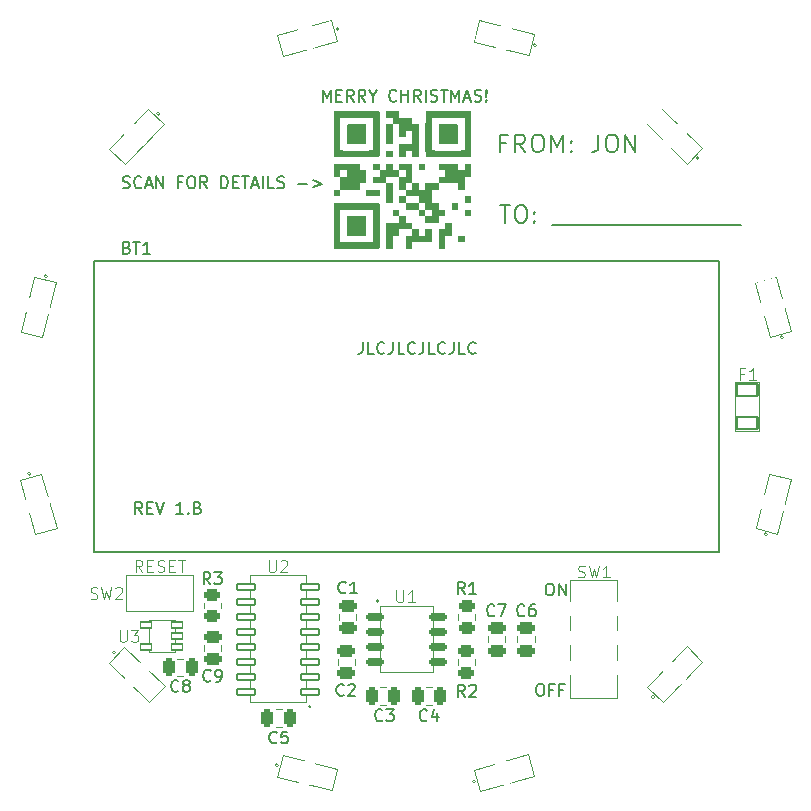
<source format=gbr>
%TF.GenerationSoftware,KiCad,Pcbnew,7.0.7*%
%TF.CreationDate,2023-11-12T19:42:32-08:00*%
%TF.ProjectId,CodeStackOrnament2023,436f6465-5374-4616-936b-4f726e616d65,rev?*%
%TF.SameCoordinates,Original*%
%TF.FileFunction,Legend,Top*%
%TF.FilePolarity,Positive*%
%FSLAX46Y46*%
G04 Gerber Fmt 4.6, Leading zero omitted, Abs format (unit mm)*
G04 Created by KiCad (PCBNEW 7.0.7) date 2023-11-12 19:42:32*
%MOMM*%
%LPD*%
G01*
G04 APERTURE LIST*
G04 Aperture macros list*
%AMRoundRect*
0 Rectangle with rounded corners*
0 $1 Rounding radius*
0 $2 $3 $4 $5 $6 $7 $8 $9 X,Y pos of 4 corners*
0 Add a 4 corners polygon primitive as box body*
4,1,4,$2,$3,$4,$5,$6,$7,$8,$9,$2,$3,0*
0 Add four circle primitives for the rounded corners*
1,1,$1+$1,$2,$3*
1,1,$1+$1,$4,$5*
1,1,$1+$1,$6,$7*
1,1,$1+$1,$8,$9*
0 Add four rect primitives between the rounded corners*
20,1,$1+$1,$2,$3,$4,$5,0*
20,1,$1+$1,$4,$5,$6,$7,0*
20,1,$1+$1,$6,$7,$8,$9,0*
20,1,$1+$1,$8,$9,$2,$3,0*%
%AMRotRect*
0 Rectangle, with rotation*
0 The origin of the aperture is its center*
0 $1 length*
0 $2 width*
0 $3 Rotation angle, in degrees counterclockwise*
0 Add horizontal line*
21,1,$1,$2,0,0,$3*%
G04 Aperture macros list end*
%ADD10C,0.150000*%
%ADD11C,0.100000*%
%ADD12C,0.120000*%
%ADD13C,0.127000*%
%ADD14R,1.000000X0.700000*%
%ADD15RoundRect,0.050000X0.500000X0.250000X-0.500000X0.250000X-0.500000X-0.250000X0.500000X-0.250000X0*%
%ADD16RoundRect,0.250000X0.450000X-0.262500X0.450000X0.262500X-0.450000X0.262500X-0.450000X-0.262500X0*%
%ADD17RoundRect,0.250000X-0.475000X0.250000X-0.475000X-0.250000X0.475000X-0.250000X0.475000X0.250000X0*%
%ADD18RoundRect,0.250000X-0.250000X-0.475000X0.250000X-0.475000X0.250000X0.475000X-0.250000X0.475000X0*%
%ADD19RoundRect,0.250000X0.475000X-0.250000X0.475000X0.250000X-0.475000X0.250000X-0.475000X-0.250000X0*%
%ADD20RoundRect,0.250000X-0.450000X0.262500X-0.450000X-0.262500X0.450000X-0.262500X0.450000X0.262500X0*%
%ADD21C,2.100000*%
%ADD22RotRect,1.000000X1.600000X106.000000*%
%ADD23RotRect,1.000000X1.600000X346.000000*%
%ADD24RoundRect,0.250000X0.250000X0.475000X-0.250000X0.475000X-0.250000X-0.475000X0.250000X-0.475000X0*%
%ADD25RotRect,1.000000X1.600000X166.000000*%
%ADD26RoundRect,0.102000X0.750000X-0.275000X0.750000X0.275000X-0.750000X0.275000X-0.750000X-0.275000X0*%
%ADD27RotRect,1.000000X1.600000X226.000000*%
%ADD28RotRect,1.000000X1.600000X286.000000*%
%ADD29C,1.734000*%
%ADD30RotRect,1.000000X1.600000X256.000000*%
%ADD31RotRect,1.000000X1.600000X136.000000*%
%ADD32RoundRect,0.150000X-0.625000X-0.150000X0.625000X-0.150000X0.625000X0.150000X-0.625000X0.150000X0*%
%ADD33RoundRect,0.102000X0.900000X-0.500000X0.900000X0.500000X-0.900000X0.500000X-0.900000X-0.500000X0*%
%ADD34RotRect,1.000000X1.600000X316.000000*%
%ADD35RotRect,1.000000X1.600000X46.000000*%
%ADD36RotRect,1.000000X1.600000X76.000000*%
%ADD37RotRect,1.000000X1.600000X16.000000*%
%ADD38RotRect,1.000000X1.600000X196.000000*%
%ADD39R,2.500000X1.200000*%
G04 APERTURE END LIST*
D10*
X127708207Y-113769819D02*
X127374874Y-113293628D01*
X127136779Y-113769819D02*
X127136779Y-112769819D01*
X127136779Y-112769819D02*
X127517731Y-112769819D01*
X127517731Y-112769819D02*
X127612969Y-112817438D01*
X127612969Y-112817438D02*
X127660588Y-112865057D01*
X127660588Y-112865057D02*
X127708207Y-112960295D01*
X127708207Y-112960295D02*
X127708207Y-113103152D01*
X127708207Y-113103152D02*
X127660588Y-113198390D01*
X127660588Y-113198390D02*
X127612969Y-113246009D01*
X127612969Y-113246009D02*
X127517731Y-113293628D01*
X127517731Y-113293628D02*
X127136779Y-113293628D01*
X128136779Y-113246009D02*
X128470112Y-113246009D01*
X128612969Y-113769819D02*
X128136779Y-113769819D01*
X128136779Y-113769819D02*
X128136779Y-112769819D01*
X128136779Y-112769819D02*
X128612969Y-112769819D01*
X128898684Y-112769819D02*
X129232017Y-113769819D01*
X129232017Y-113769819D02*
X129565350Y-112769819D01*
X131184398Y-113769819D02*
X130612970Y-113769819D01*
X130898684Y-113769819D02*
X130898684Y-112769819D01*
X130898684Y-112769819D02*
X130803446Y-112912676D01*
X130803446Y-112912676D02*
X130708208Y-113007914D01*
X130708208Y-113007914D02*
X130612970Y-113055533D01*
X131612970Y-113674580D02*
X131660589Y-113722200D01*
X131660589Y-113722200D02*
X131612970Y-113769819D01*
X131612970Y-113769819D02*
X131565351Y-113722200D01*
X131565351Y-113722200D02*
X131612970Y-113674580D01*
X131612970Y-113674580D02*
X131612970Y-113769819D01*
X132422493Y-113246009D02*
X132565350Y-113293628D01*
X132565350Y-113293628D02*
X132612969Y-113341247D01*
X132612969Y-113341247D02*
X132660588Y-113436485D01*
X132660588Y-113436485D02*
X132660588Y-113579342D01*
X132660588Y-113579342D02*
X132612969Y-113674580D01*
X132612969Y-113674580D02*
X132565350Y-113722200D01*
X132565350Y-113722200D02*
X132470112Y-113769819D01*
X132470112Y-113769819D02*
X132089160Y-113769819D01*
X132089160Y-113769819D02*
X132089160Y-112769819D01*
X132089160Y-112769819D02*
X132422493Y-112769819D01*
X132422493Y-112769819D02*
X132517731Y-112817438D01*
X132517731Y-112817438D02*
X132565350Y-112865057D01*
X132565350Y-112865057D02*
X132612969Y-112960295D01*
X132612969Y-112960295D02*
X132612969Y-113055533D01*
X132612969Y-113055533D02*
X132565350Y-113150771D01*
X132565350Y-113150771D02*
X132517731Y-113198390D01*
X132517731Y-113198390D02*
X132422493Y-113246009D01*
X132422493Y-113246009D02*
X132089160Y-113246009D01*
D11*
X127735312Y-118682419D02*
X127401979Y-118206228D01*
X127163884Y-118682419D02*
X127163884Y-117682419D01*
X127163884Y-117682419D02*
X127544836Y-117682419D01*
X127544836Y-117682419D02*
X127640074Y-117730038D01*
X127640074Y-117730038D02*
X127687693Y-117777657D01*
X127687693Y-117777657D02*
X127735312Y-117872895D01*
X127735312Y-117872895D02*
X127735312Y-118015752D01*
X127735312Y-118015752D02*
X127687693Y-118110990D01*
X127687693Y-118110990D02*
X127640074Y-118158609D01*
X127640074Y-118158609D02*
X127544836Y-118206228D01*
X127544836Y-118206228D02*
X127163884Y-118206228D01*
X128163884Y-118158609D02*
X128497217Y-118158609D01*
X128640074Y-118682419D02*
X128163884Y-118682419D01*
X128163884Y-118682419D02*
X128163884Y-117682419D01*
X128163884Y-117682419D02*
X128640074Y-117682419D01*
X129021027Y-118634800D02*
X129163884Y-118682419D01*
X129163884Y-118682419D02*
X129401979Y-118682419D01*
X129401979Y-118682419D02*
X129497217Y-118634800D01*
X129497217Y-118634800D02*
X129544836Y-118587180D01*
X129544836Y-118587180D02*
X129592455Y-118491942D01*
X129592455Y-118491942D02*
X129592455Y-118396704D01*
X129592455Y-118396704D02*
X129544836Y-118301466D01*
X129544836Y-118301466D02*
X129497217Y-118253847D01*
X129497217Y-118253847D02*
X129401979Y-118206228D01*
X129401979Y-118206228D02*
X129211503Y-118158609D01*
X129211503Y-118158609D02*
X129116265Y-118110990D01*
X129116265Y-118110990D02*
X129068646Y-118063371D01*
X129068646Y-118063371D02*
X129021027Y-117968133D01*
X129021027Y-117968133D02*
X129021027Y-117872895D01*
X129021027Y-117872895D02*
X129068646Y-117777657D01*
X129068646Y-117777657D02*
X129116265Y-117730038D01*
X129116265Y-117730038D02*
X129211503Y-117682419D01*
X129211503Y-117682419D02*
X129449598Y-117682419D01*
X129449598Y-117682419D02*
X129592455Y-117730038D01*
X130021027Y-118158609D02*
X130354360Y-118158609D01*
X130497217Y-118682419D02*
X130021027Y-118682419D01*
X130021027Y-118682419D02*
X130021027Y-117682419D01*
X130021027Y-117682419D02*
X130497217Y-117682419D01*
X130782932Y-117682419D02*
X131354360Y-117682419D01*
X131068646Y-118682419D02*
X131068646Y-117682419D01*
D10*
X142996779Y-78859819D02*
X142996779Y-77859819D01*
X142996779Y-77859819D02*
X143330112Y-78574104D01*
X143330112Y-78574104D02*
X143663445Y-77859819D01*
X143663445Y-77859819D02*
X143663445Y-78859819D01*
X144139636Y-78336009D02*
X144472969Y-78336009D01*
X144615826Y-78859819D02*
X144139636Y-78859819D01*
X144139636Y-78859819D02*
X144139636Y-77859819D01*
X144139636Y-77859819D02*
X144615826Y-77859819D01*
X145615826Y-78859819D02*
X145282493Y-78383628D01*
X145044398Y-78859819D02*
X145044398Y-77859819D01*
X145044398Y-77859819D02*
X145425350Y-77859819D01*
X145425350Y-77859819D02*
X145520588Y-77907438D01*
X145520588Y-77907438D02*
X145568207Y-77955057D01*
X145568207Y-77955057D02*
X145615826Y-78050295D01*
X145615826Y-78050295D02*
X145615826Y-78193152D01*
X145615826Y-78193152D02*
X145568207Y-78288390D01*
X145568207Y-78288390D02*
X145520588Y-78336009D01*
X145520588Y-78336009D02*
X145425350Y-78383628D01*
X145425350Y-78383628D02*
X145044398Y-78383628D01*
X146615826Y-78859819D02*
X146282493Y-78383628D01*
X146044398Y-78859819D02*
X146044398Y-77859819D01*
X146044398Y-77859819D02*
X146425350Y-77859819D01*
X146425350Y-77859819D02*
X146520588Y-77907438D01*
X146520588Y-77907438D02*
X146568207Y-77955057D01*
X146568207Y-77955057D02*
X146615826Y-78050295D01*
X146615826Y-78050295D02*
X146615826Y-78193152D01*
X146615826Y-78193152D02*
X146568207Y-78288390D01*
X146568207Y-78288390D02*
X146520588Y-78336009D01*
X146520588Y-78336009D02*
X146425350Y-78383628D01*
X146425350Y-78383628D02*
X146044398Y-78383628D01*
X147234874Y-78383628D02*
X147234874Y-78859819D01*
X146901541Y-77859819D02*
X147234874Y-78383628D01*
X147234874Y-78383628D02*
X147568207Y-77859819D01*
X149234874Y-78764580D02*
X149187255Y-78812200D01*
X149187255Y-78812200D02*
X149044398Y-78859819D01*
X149044398Y-78859819D02*
X148949160Y-78859819D01*
X148949160Y-78859819D02*
X148806303Y-78812200D01*
X148806303Y-78812200D02*
X148711065Y-78716961D01*
X148711065Y-78716961D02*
X148663446Y-78621723D01*
X148663446Y-78621723D02*
X148615827Y-78431247D01*
X148615827Y-78431247D02*
X148615827Y-78288390D01*
X148615827Y-78288390D02*
X148663446Y-78097914D01*
X148663446Y-78097914D02*
X148711065Y-78002676D01*
X148711065Y-78002676D02*
X148806303Y-77907438D01*
X148806303Y-77907438D02*
X148949160Y-77859819D01*
X148949160Y-77859819D02*
X149044398Y-77859819D01*
X149044398Y-77859819D02*
X149187255Y-77907438D01*
X149187255Y-77907438D02*
X149234874Y-77955057D01*
X149663446Y-78859819D02*
X149663446Y-77859819D01*
X149663446Y-78336009D02*
X150234874Y-78336009D01*
X150234874Y-78859819D02*
X150234874Y-77859819D01*
X151282493Y-78859819D02*
X150949160Y-78383628D01*
X150711065Y-78859819D02*
X150711065Y-77859819D01*
X150711065Y-77859819D02*
X151092017Y-77859819D01*
X151092017Y-77859819D02*
X151187255Y-77907438D01*
X151187255Y-77907438D02*
X151234874Y-77955057D01*
X151234874Y-77955057D02*
X151282493Y-78050295D01*
X151282493Y-78050295D02*
X151282493Y-78193152D01*
X151282493Y-78193152D02*
X151234874Y-78288390D01*
X151234874Y-78288390D02*
X151187255Y-78336009D01*
X151187255Y-78336009D02*
X151092017Y-78383628D01*
X151092017Y-78383628D02*
X150711065Y-78383628D01*
X151711065Y-78859819D02*
X151711065Y-77859819D01*
X152139636Y-78812200D02*
X152282493Y-78859819D01*
X152282493Y-78859819D02*
X152520588Y-78859819D01*
X152520588Y-78859819D02*
X152615826Y-78812200D01*
X152615826Y-78812200D02*
X152663445Y-78764580D01*
X152663445Y-78764580D02*
X152711064Y-78669342D01*
X152711064Y-78669342D02*
X152711064Y-78574104D01*
X152711064Y-78574104D02*
X152663445Y-78478866D01*
X152663445Y-78478866D02*
X152615826Y-78431247D01*
X152615826Y-78431247D02*
X152520588Y-78383628D01*
X152520588Y-78383628D02*
X152330112Y-78336009D01*
X152330112Y-78336009D02*
X152234874Y-78288390D01*
X152234874Y-78288390D02*
X152187255Y-78240771D01*
X152187255Y-78240771D02*
X152139636Y-78145533D01*
X152139636Y-78145533D02*
X152139636Y-78050295D01*
X152139636Y-78050295D02*
X152187255Y-77955057D01*
X152187255Y-77955057D02*
X152234874Y-77907438D01*
X152234874Y-77907438D02*
X152330112Y-77859819D01*
X152330112Y-77859819D02*
X152568207Y-77859819D01*
X152568207Y-77859819D02*
X152711064Y-77907438D01*
X152996779Y-77859819D02*
X153568207Y-77859819D01*
X153282493Y-78859819D02*
X153282493Y-77859819D01*
X153901541Y-78859819D02*
X153901541Y-77859819D01*
X153901541Y-77859819D02*
X154234874Y-78574104D01*
X154234874Y-78574104D02*
X154568207Y-77859819D01*
X154568207Y-77859819D02*
X154568207Y-78859819D01*
X154996779Y-78574104D02*
X155472969Y-78574104D01*
X154901541Y-78859819D02*
X155234874Y-77859819D01*
X155234874Y-77859819D02*
X155568207Y-78859819D01*
X155853922Y-78812200D02*
X155996779Y-78859819D01*
X155996779Y-78859819D02*
X156234874Y-78859819D01*
X156234874Y-78859819D02*
X156330112Y-78812200D01*
X156330112Y-78812200D02*
X156377731Y-78764580D01*
X156377731Y-78764580D02*
X156425350Y-78669342D01*
X156425350Y-78669342D02*
X156425350Y-78574104D01*
X156425350Y-78574104D02*
X156377731Y-78478866D01*
X156377731Y-78478866D02*
X156330112Y-78431247D01*
X156330112Y-78431247D02*
X156234874Y-78383628D01*
X156234874Y-78383628D02*
X156044398Y-78336009D01*
X156044398Y-78336009D02*
X155949160Y-78288390D01*
X155949160Y-78288390D02*
X155901541Y-78240771D01*
X155901541Y-78240771D02*
X155853922Y-78145533D01*
X155853922Y-78145533D02*
X155853922Y-78050295D01*
X155853922Y-78050295D02*
X155901541Y-77955057D01*
X155901541Y-77955057D02*
X155949160Y-77907438D01*
X155949160Y-77907438D02*
X156044398Y-77859819D01*
X156044398Y-77859819D02*
X156282493Y-77859819D01*
X156282493Y-77859819D02*
X156425350Y-77907438D01*
X156853922Y-78764580D02*
X156901541Y-78812200D01*
X156901541Y-78812200D02*
X156853922Y-78859819D01*
X156853922Y-78859819D02*
X156806303Y-78812200D01*
X156806303Y-78812200D02*
X156853922Y-78764580D01*
X156853922Y-78764580D02*
X156853922Y-78859819D01*
X156853922Y-78478866D02*
X156806303Y-77907438D01*
X156806303Y-77907438D02*
X156853922Y-77859819D01*
X156853922Y-77859819D02*
X156901541Y-77907438D01*
X156901541Y-77907438D02*
X156853922Y-78478866D01*
X156853922Y-78478866D02*
X156853922Y-77859819D01*
X158480826Y-82372914D02*
X157980826Y-82372914D01*
X157980826Y-83158628D02*
X157980826Y-81658628D01*
X157980826Y-81658628D02*
X158695112Y-81658628D01*
X160123683Y-83158628D02*
X159623683Y-82444342D01*
X159266540Y-83158628D02*
X159266540Y-81658628D01*
X159266540Y-81658628D02*
X159837969Y-81658628D01*
X159837969Y-81658628D02*
X159980826Y-81730057D01*
X159980826Y-81730057D02*
X160052255Y-81801485D01*
X160052255Y-81801485D02*
X160123683Y-81944342D01*
X160123683Y-81944342D02*
X160123683Y-82158628D01*
X160123683Y-82158628D02*
X160052255Y-82301485D01*
X160052255Y-82301485D02*
X159980826Y-82372914D01*
X159980826Y-82372914D02*
X159837969Y-82444342D01*
X159837969Y-82444342D02*
X159266540Y-82444342D01*
X161052255Y-81658628D02*
X161337969Y-81658628D01*
X161337969Y-81658628D02*
X161480826Y-81730057D01*
X161480826Y-81730057D02*
X161623683Y-81872914D01*
X161623683Y-81872914D02*
X161695112Y-82158628D01*
X161695112Y-82158628D02*
X161695112Y-82658628D01*
X161695112Y-82658628D02*
X161623683Y-82944342D01*
X161623683Y-82944342D02*
X161480826Y-83087200D01*
X161480826Y-83087200D02*
X161337969Y-83158628D01*
X161337969Y-83158628D02*
X161052255Y-83158628D01*
X161052255Y-83158628D02*
X160909398Y-83087200D01*
X160909398Y-83087200D02*
X160766540Y-82944342D01*
X160766540Y-82944342D02*
X160695112Y-82658628D01*
X160695112Y-82658628D02*
X160695112Y-82158628D01*
X160695112Y-82158628D02*
X160766540Y-81872914D01*
X160766540Y-81872914D02*
X160909398Y-81730057D01*
X160909398Y-81730057D02*
X161052255Y-81658628D01*
X162337969Y-83158628D02*
X162337969Y-81658628D01*
X162337969Y-81658628D02*
X162837969Y-82730057D01*
X162837969Y-82730057D02*
X163337969Y-81658628D01*
X163337969Y-81658628D02*
X163337969Y-83158628D01*
X164052255Y-83015771D02*
X164123684Y-83087200D01*
X164123684Y-83087200D02*
X164052255Y-83158628D01*
X164052255Y-83158628D02*
X163980827Y-83087200D01*
X163980827Y-83087200D02*
X164052255Y-83015771D01*
X164052255Y-83015771D02*
X164052255Y-83158628D01*
X164052255Y-82230057D02*
X164123684Y-82301485D01*
X164123684Y-82301485D02*
X164052255Y-82372914D01*
X164052255Y-82372914D02*
X163980827Y-82301485D01*
X163980827Y-82301485D02*
X164052255Y-82230057D01*
X164052255Y-82230057D02*
X164052255Y-82372914D01*
X166337970Y-81658628D02*
X166337970Y-82730057D01*
X166337970Y-82730057D02*
X166266541Y-82944342D01*
X166266541Y-82944342D02*
X166123684Y-83087200D01*
X166123684Y-83087200D02*
X165909398Y-83158628D01*
X165909398Y-83158628D02*
X165766541Y-83158628D01*
X167337970Y-81658628D02*
X167623684Y-81658628D01*
X167623684Y-81658628D02*
X167766541Y-81730057D01*
X167766541Y-81730057D02*
X167909398Y-81872914D01*
X167909398Y-81872914D02*
X167980827Y-82158628D01*
X167980827Y-82158628D02*
X167980827Y-82658628D01*
X167980827Y-82658628D02*
X167909398Y-82944342D01*
X167909398Y-82944342D02*
X167766541Y-83087200D01*
X167766541Y-83087200D02*
X167623684Y-83158628D01*
X167623684Y-83158628D02*
X167337970Y-83158628D01*
X167337970Y-83158628D02*
X167195113Y-83087200D01*
X167195113Y-83087200D02*
X167052255Y-82944342D01*
X167052255Y-82944342D02*
X166980827Y-82658628D01*
X166980827Y-82658628D02*
X166980827Y-82158628D01*
X166980827Y-82158628D02*
X167052255Y-81872914D01*
X167052255Y-81872914D02*
X167195113Y-81730057D01*
X167195113Y-81730057D02*
X167337970Y-81658628D01*
X168623684Y-83158628D02*
X168623684Y-81658628D01*
X168623684Y-81658628D02*
X169480827Y-83158628D01*
X169480827Y-83158628D02*
X169480827Y-81658628D01*
X157991541Y-87633628D02*
X158848684Y-87633628D01*
X158420112Y-89133628D02*
X158420112Y-87633628D01*
X159634398Y-87633628D02*
X159920112Y-87633628D01*
X159920112Y-87633628D02*
X160062969Y-87705057D01*
X160062969Y-87705057D02*
X160205826Y-87847914D01*
X160205826Y-87847914D02*
X160277255Y-88133628D01*
X160277255Y-88133628D02*
X160277255Y-88633628D01*
X160277255Y-88633628D02*
X160205826Y-88919342D01*
X160205826Y-88919342D02*
X160062969Y-89062200D01*
X160062969Y-89062200D02*
X159920112Y-89133628D01*
X159920112Y-89133628D02*
X159634398Y-89133628D01*
X159634398Y-89133628D02*
X159491541Y-89062200D01*
X159491541Y-89062200D02*
X159348683Y-88919342D01*
X159348683Y-88919342D02*
X159277255Y-88633628D01*
X159277255Y-88633628D02*
X159277255Y-88133628D01*
X159277255Y-88133628D02*
X159348683Y-87847914D01*
X159348683Y-87847914D02*
X159491541Y-87705057D01*
X159491541Y-87705057D02*
X159634398Y-87633628D01*
X160920112Y-88990771D02*
X160991541Y-89062200D01*
X160991541Y-89062200D02*
X160920112Y-89133628D01*
X160920112Y-89133628D02*
X160848684Y-89062200D01*
X160848684Y-89062200D02*
X160920112Y-88990771D01*
X160920112Y-88990771D02*
X160920112Y-89133628D01*
X160920112Y-88205057D02*
X160991541Y-88276485D01*
X160991541Y-88276485D02*
X160920112Y-88347914D01*
X160920112Y-88347914D02*
X160848684Y-88276485D01*
X160848684Y-88276485D02*
X160920112Y-88205057D01*
X160920112Y-88205057D02*
X160920112Y-88347914D01*
X162420113Y-89276485D02*
X163562970Y-89276485D01*
X163562970Y-89276485D02*
X164705827Y-89276485D01*
X164705827Y-89276485D02*
X165848684Y-89276485D01*
X165848684Y-89276485D02*
X166991541Y-89276485D01*
X166991541Y-89276485D02*
X168134398Y-89276485D01*
X168134398Y-89276485D02*
X169277255Y-89276485D01*
X169277255Y-89276485D02*
X170420112Y-89276485D01*
X170420112Y-89276485D02*
X171562969Y-89276485D01*
X171562969Y-89276485D02*
X172705826Y-89276485D01*
X172705826Y-89276485D02*
X173848683Y-89276485D01*
X173848683Y-89276485D02*
X174991540Y-89276485D01*
X174991540Y-89276485D02*
X176134397Y-89276485D01*
X176134397Y-89276485D02*
X177277254Y-89276485D01*
X177277254Y-89276485D02*
X178420111Y-89276485D01*
X161327255Y-128169819D02*
X161517731Y-128169819D01*
X161517731Y-128169819D02*
X161612969Y-128217438D01*
X161612969Y-128217438D02*
X161708207Y-128312676D01*
X161708207Y-128312676D02*
X161755826Y-128503152D01*
X161755826Y-128503152D02*
X161755826Y-128836485D01*
X161755826Y-128836485D02*
X161708207Y-129026961D01*
X161708207Y-129026961D02*
X161612969Y-129122200D01*
X161612969Y-129122200D02*
X161517731Y-129169819D01*
X161517731Y-129169819D02*
X161327255Y-129169819D01*
X161327255Y-129169819D02*
X161232017Y-129122200D01*
X161232017Y-129122200D02*
X161136779Y-129026961D01*
X161136779Y-129026961D02*
X161089160Y-128836485D01*
X161089160Y-128836485D02*
X161089160Y-128503152D01*
X161089160Y-128503152D02*
X161136779Y-128312676D01*
X161136779Y-128312676D02*
X161232017Y-128217438D01*
X161232017Y-128217438D02*
X161327255Y-128169819D01*
X162517731Y-128646009D02*
X162184398Y-128646009D01*
X162184398Y-129169819D02*
X162184398Y-128169819D01*
X162184398Y-128169819D02*
X162660588Y-128169819D01*
X163374874Y-128646009D02*
X163041541Y-128646009D01*
X163041541Y-129169819D02*
X163041541Y-128169819D01*
X163041541Y-128169819D02*
X163517731Y-128169819D01*
X146372493Y-99219819D02*
X146372493Y-99934104D01*
X146372493Y-99934104D02*
X146324874Y-100076961D01*
X146324874Y-100076961D02*
X146229636Y-100172200D01*
X146229636Y-100172200D02*
X146086779Y-100219819D01*
X146086779Y-100219819D02*
X145991541Y-100219819D01*
X147324874Y-100219819D02*
X146848684Y-100219819D01*
X146848684Y-100219819D02*
X146848684Y-99219819D01*
X148229636Y-100124580D02*
X148182017Y-100172200D01*
X148182017Y-100172200D02*
X148039160Y-100219819D01*
X148039160Y-100219819D02*
X147943922Y-100219819D01*
X147943922Y-100219819D02*
X147801065Y-100172200D01*
X147801065Y-100172200D02*
X147705827Y-100076961D01*
X147705827Y-100076961D02*
X147658208Y-99981723D01*
X147658208Y-99981723D02*
X147610589Y-99791247D01*
X147610589Y-99791247D02*
X147610589Y-99648390D01*
X147610589Y-99648390D02*
X147658208Y-99457914D01*
X147658208Y-99457914D02*
X147705827Y-99362676D01*
X147705827Y-99362676D02*
X147801065Y-99267438D01*
X147801065Y-99267438D02*
X147943922Y-99219819D01*
X147943922Y-99219819D02*
X148039160Y-99219819D01*
X148039160Y-99219819D02*
X148182017Y-99267438D01*
X148182017Y-99267438D02*
X148229636Y-99315057D01*
X148943922Y-99219819D02*
X148943922Y-99934104D01*
X148943922Y-99934104D02*
X148896303Y-100076961D01*
X148896303Y-100076961D02*
X148801065Y-100172200D01*
X148801065Y-100172200D02*
X148658208Y-100219819D01*
X148658208Y-100219819D02*
X148562970Y-100219819D01*
X149896303Y-100219819D02*
X149420113Y-100219819D01*
X149420113Y-100219819D02*
X149420113Y-99219819D01*
X150801065Y-100124580D02*
X150753446Y-100172200D01*
X150753446Y-100172200D02*
X150610589Y-100219819D01*
X150610589Y-100219819D02*
X150515351Y-100219819D01*
X150515351Y-100219819D02*
X150372494Y-100172200D01*
X150372494Y-100172200D02*
X150277256Y-100076961D01*
X150277256Y-100076961D02*
X150229637Y-99981723D01*
X150229637Y-99981723D02*
X150182018Y-99791247D01*
X150182018Y-99791247D02*
X150182018Y-99648390D01*
X150182018Y-99648390D02*
X150229637Y-99457914D01*
X150229637Y-99457914D02*
X150277256Y-99362676D01*
X150277256Y-99362676D02*
X150372494Y-99267438D01*
X150372494Y-99267438D02*
X150515351Y-99219819D01*
X150515351Y-99219819D02*
X150610589Y-99219819D01*
X150610589Y-99219819D02*
X150753446Y-99267438D01*
X150753446Y-99267438D02*
X150801065Y-99315057D01*
X151515351Y-99219819D02*
X151515351Y-99934104D01*
X151515351Y-99934104D02*
X151467732Y-100076961D01*
X151467732Y-100076961D02*
X151372494Y-100172200D01*
X151372494Y-100172200D02*
X151229637Y-100219819D01*
X151229637Y-100219819D02*
X151134399Y-100219819D01*
X152467732Y-100219819D02*
X151991542Y-100219819D01*
X151991542Y-100219819D02*
X151991542Y-99219819D01*
X153372494Y-100124580D02*
X153324875Y-100172200D01*
X153324875Y-100172200D02*
X153182018Y-100219819D01*
X153182018Y-100219819D02*
X153086780Y-100219819D01*
X153086780Y-100219819D02*
X152943923Y-100172200D01*
X152943923Y-100172200D02*
X152848685Y-100076961D01*
X152848685Y-100076961D02*
X152801066Y-99981723D01*
X152801066Y-99981723D02*
X152753447Y-99791247D01*
X152753447Y-99791247D02*
X152753447Y-99648390D01*
X152753447Y-99648390D02*
X152801066Y-99457914D01*
X152801066Y-99457914D02*
X152848685Y-99362676D01*
X152848685Y-99362676D02*
X152943923Y-99267438D01*
X152943923Y-99267438D02*
X153086780Y-99219819D01*
X153086780Y-99219819D02*
X153182018Y-99219819D01*
X153182018Y-99219819D02*
X153324875Y-99267438D01*
X153324875Y-99267438D02*
X153372494Y-99315057D01*
X154086780Y-99219819D02*
X154086780Y-99934104D01*
X154086780Y-99934104D02*
X154039161Y-100076961D01*
X154039161Y-100076961D02*
X153943923Y-100172200D01*
X153943923Y-100172200D02*
X153801066Y-100219819D01*
X153801066Y-100219819D02*
X153705828Y-100219819D01*
X155039161Y-100219819D02*
X154562971Y-100219819D01*
X154562971Y-100219819D02*
X154562971Y-99219819D01*
X155943923Y-100124580D02*
X155896304Y-100172200D01*
X155896304Y-100172200D02*
X155753447Y-100219819D01*
X155753447Y-100219819D02*
X155658209Y-100219819D01*
X155658209Y-100219819D02*
X155515352Y-100172200D01*
X155515352Y-100172200D02*
X155420114Y-100076961D01*
X155420114Y-100076961D02*
X155372495Y-99981723D01*
X155372495Y-99981723D02*
X155324876Y-99791247D01*
X155324876Y-99791247D02*
X155324876Y-99648390D01*
X155324876Y-99648390D02*
X155372495Y-99457914D01*
X155372495Y-99457914D02*
X155420114Y-99362676D01*
X155420114Y-99362676D02*
X155515352Y-99267438D01*
X155515352Y-99267438D02*
X155658209Y-99219819D01*
X155658209Y-99219819D02*
X155753447Y-99219819D01*
X155753447Y-99219819D02*
X155896304Y-99267438D01*
X155896304Y-99267438D02*
X155943923Y-99315057D01*
X126069160Y-86142200D02*
X126212017Y-86189819D01*
X126212017Y-86189819D02*
X126450112Y-86189819D01*
X126450112Y-86189819D02*
X126545350Y-86142200D01*
X126545350Y-86142200D02*
X126592969Y-86094580D01*
X126592969Y-86094580D02*
X126640588Y-85999342D01*
X126640588Y-85999342D02*
X126640588Y-85904104D01*
X126640588Y-85904104D02*
X126592969Y-85808866D01*
X126592969Y-85808866D02*
X126545350Y-85761247D01*
X126545350Y-85761247D02*
X126450112Y-85713628D01*
X126450112Y-85713628D02*
X126259636Y-85666009D01*
X126259636Y-85666009D02*
X126164398Y-85618390D01*
X126164398Y-85618390D02*
X126116779Y-85570771D01*
X126116779Y-85570771D02*
X126069160Y-85475533D01*
X126069160Y-85475533D02*
X126069160Y-85380295D01*
X126069160Y-85380295D02*
X126116779Y-85285057D01*
X126116779Y-85285057D02*
X126164398Y-85237438D01*
X126164398Y-85237438D02*
X126259636Y-85189819D01*
X126259636Y-85189819D02*
X126497731Y-85189819D01*
X126497731Y-85189819D02*
X126640588Y-85237438D01*
X127640588Y-86094580D02*
X127592969Y-86142200D01*
X127592969Y-86142200D02*
X127450112Y-86189819D01*
X127450112Y-86189819D02*
X127354874Y-86189819D01*
X127354874Y-86189819D02*
X127212017Y-86142200D01*
X127212017Y-86142200D02*
X127116779Y-86046961D01*
X127116779Y-86046961D02*
X127069160Y-85951723D01*
X127069160Y-85951723D02*
X127021541Y-85761247D01*
X127021541Y-85761247D02*
X127021541Y-85618390D01*
X127021541Y-85618390D02*
X127069160Y-85427914D01*
X127069160Y-85427914D02*
X127116779Y-85332676D01*
X127116779Y-85332676D02*
X127212017Y-85237438D01*
X127212017Y-85237438D02*
X127354874Y-85189819D01*
X127354874Y-85189819D02*
X127450112Y-85189819D01*
X127450112Y-85189819D02*
X127592969Y-85237438D01*
X127592969Y-85237438D02*
X127640588Y-85285057D01*
X128021541Y-85904104D02*
X128497731Y-85904104D01*
X127926303Y-86189819D02*
X128259636Y-85189819D01*
X128259636Y-85189819D02*
X128592969Y-86189819D01*
X128926303Y-86189819D02*
X128926303Y-85189819D01*
X128926303Y-85189819D02*
X129497731Y-86189819D01*
X129497731Y-86189819D02*
X129497731Y-85189819D01*
X131069160Y-85666009D02*
X130735827Y-85666009D01*
X130735827Y-86189819D02*
X130735827Y-85189819D01*
X130735827Y-85189819D02*
X131212017Y-85189819D01*
X131783446Y-85189819D02*
X131973922Y-85189819D01*
X131973922Y-85189819D02*
X132069160Y-85237438D01*
X132069160Y-85237438D02*
X132164398Y-85332676D01*
X132164398Y-85332676D02*
X132212017Y-85523152D01*
X132212017Y-85523152D02*
X132212017Y-85856485D01*
X132212017Y-85856485D02*
X132164398Y-86046961D01*
X132164398Y-86046961D02*
X132069160Y-86142200D01*
X132069160Y-86142200D02*
X131973922Y-86189819D01*
X131973922Y-86189819D02*
X131783446Y-86189819D01*
X131783446Y-86189819D02*
X131688208Y-86142200D01*
X131688208Y-86142200D02*
X131592970Y-86046961D01*
X131592970Y-86046961D02*
X131545351Y-85856485D01*
X131545351Y-85856485D02*
X131545351Y-85523152D01*
X131545351Y-85523152D02*
X131592970Y-85332676D01*
X131592970Y-85332676D02*
X131688208Y-85237438D01*
X131688208Y-85237438D02*
X131783446Y-85189819D01*
X133212017Y-86189819D02*
X132878684Y-85713628D01*
X132640589Y-86189819D02*
X132640589Y-85189819D01*
X132640589Y-85189819D02*
X133021541Y-85189819D01*
X133021541Y-85189819D02*
X133116779Y-85237438D01*
X133116779Y-85237438D02*
X133164398Y-85285057D01*
X133164398Y-85285057D02*
X133212017Y-85380295D01*
X133212017Y-85380295D02*
X133212017Y-85523152D01*
X133212017Y-85523152D02*
X133164398Y-85618390D01*
X133164398Y-85618390D02*
X133116779Y-85666009D01*
X133116779Y-85666009D02*
X133021541Y-85713628D01*
X133021541Y-85713628D02*
X132640589Y-85713628D01*
X134402494Y-86189819D02*
X134402494Y-85189819D01*
X134402494Y-85189819D02*
X134640589Y-85189819D01*
X134640589Y-85189819D02*
X134783446Y-85237438D01*
X134783446Y-85237438D02*
X134878684Y-85332676D01*
X134878684Y-85332676D02*
X134926303Y-85427914D01*
X134926303Y-85427914D02*
X134973922Y-85618390D01*
X134973922Y-85618390D02*
X134973922Y-85761247D01*
X134973922Y-85761247D02*
X134926303Y-85951723D01*
X134926303Y-85951723D02*
X134878684Y-86046961D01*
X134878684Y-86046961D02*
X134783446Y-86142200D01*
X134783446Y-86142200D02*
X134640589Y-86189819D01*
X134640589Y-86189819D02*
X134402494Y-86189819D01*
X135402494Y-85666009D02*
X135735827Y-85666009D01*
X135878684Y-86189819D02*
X135402494Y-86189819D01*
X135402494Y-86189819D02*
X135402494Y-85189819D01*
X135402494Y-85189819D02*
X135878684Y-85189819D01*
X136164399Y-85189819D02*
X136735827Y-85189819D01*
X136450113Y-86189819D02*
X136450113Y-85189819D01*
X137021542Y-85904104D02*
X137497732Y-85904104D01*
X136926304Y-86189819D02*
X137259637Y-85189819D01*
X137259637Y-85189819D02*
X137592970Y-86189819D01*
X137926304Y-86189819D02*
X137926304Y-85189819D01*
X138878684Y-86189819D02*
X138402494Y-86189819D01*
X138402494Y-86189819D02*
X138402494Y-85189819D01*
X139164399Y-86142200D02*
X139307256Y-86189819D01*
X139307256Y-86189819D02*
X139545351Y-86189819D01*
X139545351Y-86189819D02*
X139640589Y-86142200D01*
X139640589Y-86142200D02*
X139688208Y-86094580D01*
X139688208Y-86094580D02*
X139735827Y-85999342D01*
X139735827Y-85999342D02*
X139735827Y-85904104D01*
X139735827Y-85904104D02*
X139688208Y-85808866D01*
X139688208Y-85808866D02*
X139640589Y-85761247D01*
X139640589Y-85761247D02*
X139545351Y-85713628D01*
X139545351Y-85713628D02*
X139354875Y-85666009D01*
X139354875Y-85666009D02*
X139259637Y-85618390D01*
X139259637Y-85618390D02*
X139212018Y-85570771D01*
X139212018Y-85570771D02*
X139164399Y-85475533D01*
X139164399Y-85475533D02*
X139164399Y-85380295D01*
X139164399Y-85380295D02*
X139212018Y-85285057D01*
X139212018Y-85285057D02*
X139259637Y-85237438D01*
X139259637Y-85237438D02*
X139354875Y-85189819D01*
X139354875Y-85189819D02*
X139592970Y-85189819D01*
X139592970Y-85189819D02*
X139735827Y-85237438D01*
X140926304Y-85808866D02*
X141688209Y-85808866D01*
X142164399Y-85523152D02*
X142926304Y-85808866D01*
X142926304Y-85808866D02*
X142164399Y-86094580D01*
X162127255Y-119669819D02*
X162317731Y-119669819D01*
X162317731Y-119669819D02*
X162412969Y-119717438D01*
X162412969Y-119717438D02*
X162508207Y-119812676D01*
X162508207Y-119812676D02*
X162555826Y-120003152D01*
X162555826Y-120003152D02*
X162555826Y-120336485D01*
X162555826Y-120336485D02*
X162508207Y-120526961D01*
X162508207Y-120526961D02*
X162412969Y-120622200D01*
X162412969Y-120622200D02*
X162317731Y-120669819D01*
X162317731Y-120669819D02*
X162127255Y-120669819D01*
X162127255Y-120669819D02*
X162032017Y-120622200D01*
X162032017Y-120622200D02*
X161936779Y-120526961D01*
X161936779Y-120526961D02*
X161889160Y-120336485D01*
X161889160Y-120336485D02*
X161889160Y-120003152D01*
X161889160Y-120003152D02*
X161936779Y-119812676D01*
X161936779Y-119812676D02*
X162032017Y-119717438D01*
X162032017Y-119717438D02*
X162127255Y-119669819D01*
X162984398Y-120669819D02*
X162984398Y-119669819D01*
X162984398Y-119669819D02*
X163555826Y-120669819D01*
X163555826Y-120669819D02*
X163555826Y-119669819D01*
D11*
X123346667Y-120939800D02*
X123489524Y-120987419D01*
X123489524Y-120987419D02*
X123727619Y-120987419D01*
X123727619Y-120987419D02*
X123822857Y-120939800D01*
X123822857Y-120939800D02*
X123870476Y-120892180D01*
X123870476Y-120892180D02*
X123918095Y-120796942D01*
X123918095Y-120796942D02*
X123918095Y-120701704D01*
X123918095Y-120701704D02*
X123870476Y-120606466D01*
X123870476Y-120606466D02*
X123822857Y-120558847D01*
X123822857Y-120558847D02*
X123727619Y-120511228D01*
X123727619Y-120511228D02*
X123537143Y-120463609D01*
X123537143Y-120463609D02*
X123441905Y-120415990D01*
X123441905Y-120415990D02*
X123394286Y-120368371D01*
X123394286Y-120368371D02*
X123346667Y-120273133D01*
X123346667Y-120273133D02*
X123346667Y-120177895D01*
X123346667Y-120177895D02*
X123394286Y-120082657D01*
X123394286Y-120082657D02*
X123441905Y-120035038D01*
X123441905Y-120035038D02*
X123537143Y-119987419D01*
X123537143Y-119987419D02*
X123775238Y-119987419D01*
X123775238Y-119987419D02*
X123918095Y-120035038D01*
X124251429Y-119987419D02*
X124489524Y-120987419D01*
X124489524Y-120987419D02*
X124680000Y-120273133D01*
X124680000Y-120273133D02*
X124870476Y-120987419D01*
X124870476Y-120987419D02*
X125108572Y-119987419D01*
X125441905Y-120082657D02*
X125489524Y-120035038D01*
X125489524Y-120035038D02*
X125584762Y-119987419D01*
X125584762Y-119987419D02*
X125822857Y-119987419D01*
X125822857Y-119987419D02*
X125918095Y-120035038D01*
X125918095Y-120035038D02*
X125965714Y-120082657D01*
X125965714Y-120082657D02*
X126013333Y-120177895D01*
X126013333Y-120177895D02*
X126013333Y-120273133D01*
X126013333Y-120273133D02*
X125965714Y-120415990D01*
X125965714Y-120415990D02*
X125394286Y-120987419D01*
X125394286Y-120987419D02*
X126013333Y-120987419D01*
X125818095Y-123607419D02*
X125818095Y-124416942D01*
X125818095Y-124416942D02*
X125865714Y-124512180D01*
X125865714Y-124512180D02*
X125913333Y-124559800D01*
X125913333Y-124559800D02*
X126008571Y-124607419D01*
X126008571Y-124607419D02*
X126199047Y-124607419D01*
X126199047Y-124607419D02*
X126294285Y-124559800D01*
X126294285Y-124559800D02*
X126341904Y-124512180D01*
X126341904Y-124512180D02*
X126389523Y-124416942D01*
X126389523Y-124416942D02*
X126389523Y-123607419D01*
X126770476Y-123607419D02*
X127389523Y-123607419D01*
X127389523Y-123607419D02*
X127056190Y-123988371D01*
X127056190Y-123988371D02*
X127199047Y-123988371D01*
X127199047Y-123988371D02*
X127294285Y-124035990D01*
X127294285Y-124035990D02*
X127341904Y-124083609D01*
X127341904Y-124083609D02*
X127389523Y-124178847D01*
X127389523Y-124178847D02*
X127389523Y-124416942D01*
X127389523Y-124416942D02*
X127341904Y-124512180D01*
X127341904Y-124512180D02*
X127294285Y-124559800D01*
X127294285Y-124559800D02*
X127199047Y-124607419D01*
X127199047Y-124607419D02*
X126913333Y-124607419D01*
X126913333Y-124607419D02*
X126818095Y-124559800D01*
X126818095Y-124559800D02*
X126770476Y-124512180D01*
D10*
X133483333Y-119729819D02*
X133150000Y-119253628D01*
X132911905Y-119729819D02*
X132911905Y-118729819D01*
X132911905Y-118729819D02*
X133292857Y-118729819D01*
X133292857Y-118729819D02*
X133388095Y-118777438D01*
X133388095Y-118777438D02*
X133435714Y-118825057D01*
X133435714Y-118825057D02*
X133483333Y-118920295D01*
X133483333Y-118920295D02*
X133483333Y-119063152D01*
X133483333Y-119063152D02*
X133435714Y-119158390D01*
X133435714Y-119158390D02*
X133388095Y-119206009D01*
X133388095Y-119206009D02*
X133292857Y-119253628D01*
X133292857Y-119253628D02*
X132911905Y-119253628D01*
X133816667Y-118729819D02*
X134435714Y-118729819D01*
X134435714Y-118729819D02*
X134102381Y-119110771D01*
X134102381Y-119110771D02*
X134245238Y-119110771D01*
X134245238Y-119110771D02*
X134340476Y-119158390D01*
X134340476Y-119158390D02*
X134388095Y-119206009D01*
X134388095Y-119206009D02*
X134435714Y-119301247D01*
X134435714Y-119301247D02*
X134435714Y-119539342D01*
X134435714Y-119539342D02*
X134388095Y-119634580D01*
X134388095Y-119634580D02*
X134340476Y-119682200D01*
X134340476Y-119682200D02*
X134245238Y-119729819D01*
X134245238Y-119729819D02*
X133959524Y-119729819D01*
X133959524Y-119729819D02*
X133864286Y-119682200D01*
X133864286Y-119682200D02*
X133816667Y-119634580D01*
X133508333Y-127869580D02*
X133460714Y-127917200D01*
X133460714Y-127917200D02*
X133317857Y-127964819D01*
X133317857Y-127964819D02*
X133222619Y-127964819D01*
X133222619Y-127964819D02*
X133079762Y-127917200D01*
X133079762Y-127917200D02*
X132984524Y-127821961D01*
X132984524Y-127821961D02*
X132936905Y-127726723D01*
X132936905Y-127726723D02*
X132889286Y-127536247D01*
X132889286Y-127536247D02*
X132889286Y-127393390D01*
X132889286Y-127393390D02*
X132936905Y-127202914D01*
X132936905Y-127202914D02*
X132984524Y-127107676D01*
X132984524Y-127107676D02*
X133079762Y-127012438D01*
X133079762Y-127012438D02*
X133222619Y-126964819D01*
X133222619Y-126964819D02*
X133317857Y-126964819D01*
X133317857Y-126964819D02*
X133460714Y-127012438D01*
X133460714Y-127012438D02*
X133508333Y-127060057D01*
X133984524Y-127964819D02*
X134175000Y-127964819D01*
X134175000Y-127964819D02*
X134270238Y-127917200D01*
X134270238Y-127917200D02*
X134317857Y-127869580D01*
X134317857Y-127869580D02*
X134413095Y-127726723D01*
X134413095Y-127726723D02*
X134460714Y-127536247D01*
X134460714Y-127536247D02*
X134460714Y-127155295D01*
X134460714Y-127155295D02*
X134413095Y-127060057D01*
X134413095Y-127060057D02*
X134365476Y-127012438D01*
X134365476Y-127012438D02*
X134270238Y-126964819D01*
X134270238Y-126964819D02*
X134079762Y-126964819D01*
X134079762Y-126964819D02*
X133984524Y-127012438D01*
X133984524Y-127012438D02*
X133936905Y-127060057D01*
X133936905Y-127060057D02*
X133889286Y-127155295D01*
X133889286Y-127155295D02*
X133889286Y-127393390D01*
X133889286Y-127393390D02*
X133936905Y-127488628D01*
X133936905Y-127488628D02*
X133984524Y-127536247D01*
X133984524Y-127536247D02*
X134079762Y-127583866D01*
X134079762Y-127583866D02*
X134270238Y-127583866D01*
X134270238Y-127583866D02*
X134365476Y-127536247D01*
X134365476Y-127536247D02*
X134413095Y-127488628D01*
X134413095Y-127488628D02*
X134460714Y-127393390D01*
X130783333Y-128739580D02*
X130735714Y-128787200D01*
X130735714Y-128787200D02*
X130592857Y-128834819D01*
X130592857Y-128834819D02*
X130497619Y-128834819D01*
X130497619Y-128834819D02*
X130354762Y-128787200D01*
X130354762Y-128787200D02*
X130259524Y-128691961D01*
X130259524Y-128691961D02*
X130211905Y-128596723D01*
X130211905Y-128596723D02*
X130164286Y-128406247D01*
X130164286Y-128406247D02*
X130164286Y-128263390D01*
X130164286Y-128263390D02*
X130211905Y-128072914D01*
X130211905Y-128072914D02*
X130259524Y-127977676D01*
X130259524Y-127977676D02*
X130354762Y-127882438D01*
X130354762Y-127882438D02*
X130497619Y-127834819D01*
X130497619Y-127834819D02*
X130592857Y-127834819D01*
X130592857Y-127834819D02*
X130735714Y-127882438D01*
X130735714Y-127882438D02*
X130783333Y-127930057D01*
X131354762Y-128263390D02*
X131259524Y-128215771D01*
X131259524Y-128215771D02*
X131211905Y-128168152D01*
X131211905Y-128168152D02*
X131164286Y-128072914D01*
X131164286Y-128072914D02*
X131164286Y-128025295D01*
X131164286Y-128025295D02*
X131211905Y-127930057D01*
X131211905Y-127930057D02*
X131259524Y-127882438D01*
X131259524Y-127882438D02*
X131354762Y-127834819D01*
X131354762Y-127834819D02*
X131545238Y-127834819D01*
X131545238Y-127834819D02*
X131640476Y-127882438D01*
X131640476Y-127882438D02*
X131688095Y-127930057D01*
X131688095Y-127930057D02*
X131735714Y-128025295D01*
X131735714Y-128025295D02*
X131735714Y-128072914D01*
X131735714Y-128072914D02*
X131688095Y-128168152D01*
X131688095Y-128168152D02*
X131640476Y-128215771D01*
X131640476Y-128215771D02*
X131545238Y-128263390D01*
X131545238Y-128263390D02*
X131354762Y-128263390D01*
X131354762Y-128263390D02*
X131259524Y-128311009D01*
X131259524Y-128311009D02*
X131211905Y-128358628D01*
X131211905Y-128358628D02*
X131164286Y-128453866D01*
X131164286Y-128453866D02*
X131164286Y-128644342D01*
X131164286Y-128644342D02*
X131211905Y-128739580D01*
X131211905Y-128739580D02*
X131259524Y-128787200D01*
X131259524Y-128787200D02*
X131354762Y-128834819D01*
X131354762Y-128834819D02*
X131545238Y-128834819D01*
X131545238Y-128834819D02*
X131640476Y-128787200D01*
X131640476Y-128787200D02*
X131688095Y-128739580D01*
X131688095Y-128739580D02*
X131735714Y-128644342D01*
X131735714Y-128644342D02*
X131735714Y-128453866D01*
X131735714Y-128453866D02*
X131688095Y-128358628D01*
X131688095Y-128358628D02*
X131640476Y-128311009D01*
X131640476Y-128311009D02*
X131545238Y-128263390D01*
X144953333Y-120409580D02*
X144905714Y-120457200D01*
X144905714Y-120457200D02*
X144762857Y-120504819D01*
X144762857Y-120504819D02*
X144667619Y-120504819D01*
X144667619Y-120504819D02*
X144524762Y-120457200D01*
X144524762Y-120457200D02*
X144429524Y-120361961D01*
X144429524Y-120361961D02*
X144381905Y-120266723D01*
X144381905Y-120266723D02*
X144334286Y-120076247D01*
X144334286Y-120076247D02*
X144334286Y-119933390D01*
X144334286Y-119933390D02*
X144381905Y-119742914D01*
X144381905Y-119742914D02*
X144429524Y-119647676D01*
X144429524Y-119647676D02*
X144524762Y-119552438D01*
X144524762Y-119552438D02*
X144667619Y-119504819D01*
X144667619Y-119504819D02*
X144762857Y-119504819D01*
X144762857Y-119504819D02*
X144905714Y-119552438D01*
X144905714Y-119552438D02*
X144953333Y-119600057D01*
X145905714Y-120504819D02*
X145334286Y-120504819D01*
X145620000Y-120504819D02*
X145620000Y-119504819D01*
X145620000Y-119504819D02*
X145524762Y-119647676D01*
X145524762Y-119647676D02*
X145429524Y-119742914D01*
X145429524Y-119742914D02*
X145334286Y-119790533D01*
X155043333Y-129237319D02*
X154710000Y-128761128D01*
X154471905Y-129237319D02*
X154471905Y-128237319D01*
X154471905Y-128237319D02*
X154852857Y-128237319D01*
X154852857Y-128237319D02*
X154948095Y-128284938D01*
X154948095Y-128284938D02*
X154995714Y-128332557D01*
X154995714Y-128332557D02*
X155043333Y-128427795D01*
X155043333Y-128427795D02*
X155043333Y-128570652D01*
X155043333Y-128570652D02*
X154995714Y-128665890D01*
X154995714Y-128665890D02*
X154948095Y-128713509D01*
X154948095Y-128713509D02*
X154852857Y-128761128D01*
X154852857Y-128761128D02*
X154471905Y-128761128D01*
X155424286Y-128332557D02*
X155471905Y-128284938D01*
X155471905Y-128284938D02*
X155567143Y-128237319D01*
X155567143Y-128237319D02*
X155805238Y-128237319D01*
X155805238Y-128237319D02*
X155900476Y-128284938D01*
X155900476Y-128284938D02*
X155948095Y-128332557D01*
X155948095Y-128332557D02*
X155995714Y-128427795D01*
X155995714Y-128427795D02*
X155995714Y-128523033D01*
X155995714Y-128523033D02*
X155948095Y-128665890D01*
X155948095Y-128665890D02*
X155376667Y-129237319D01*
X155376667Y-129237319D02*
X155995714Y-129237319D01*
X139103333Y-133109580D02*
X139055714Y-133157200D01*
X139055714Y-133157200D02*
X138912857Y-133204819D01*
X138912857Y-133204819D02*
X138817619Y-133204819D01*
X138817619Y-133204819D02*
X138674762Y-133157200D01*
X138674762Y-133157200D02*
X138579524Y-133061961D01*
X138579524Y-133061961D02*
X138531905Y-132966723D01*
X138531905Y-132966723D02*
X138484286Y-132776247D01*
X138484286Y-132776247D02*
X138484286Y-132633390D01*
X138484286Y-132633390D02*
X138531905Y-132442914D01*
X138531905Y-132442914D02*
X138579524Y-132347676D01*
X138579524Y-132347676D02*
X138674762Y-132252438D01*
X138674762Y-132252438D02*
X138817619Y-132204819D01*
X138817619Y-132204819D02*
X138912857Y-132204819D01*
X138912857Y-132204819D02*
X139055714Y-132252438D01*
X139055714Y-132252438D02*
X139103333Y-132300057D01*
X140008095Y-132204819D02*
X139531905Y-132204819D01*
X139531905Y-132204819D02*
X139484286Y-132681009D01*
X139484286Y-132681009D02*
X139531905Y-132633390D01*
X139531905Y-132633390D02*
X139627143Y-132585771D01*
X139627143Y-132585771D02*
X139865238Y-132585771D01*
X139865238Y-132585771D02*
X139960476Y-132633390D01*
X139960476Y-132633390D02*
X140008095Y-132681009D01*
X140008095Y-132681009D02*
X140055714Y-132776247D01*
X140055714Y-132776247D02*
X140055714Y-133014342D01*
X140055714Y-133014342D02*
X140008095Y-133109580D01*
X140008095Y-133109580D02*
X139960476Y-133157200D01*
X139960476Y-133157200D02*
X139865238Y-133204819D01*
X139865238Y-133204819D02*
X139627143Y-133204819D01*
X139627143Y-133204819D02*
X139531905Y-133157200D01*
X139531905Y-133157200D02*
X139484286Y-133109580D01*
X148043333Y-131219580D02*
X147995714Y-131267200D01*
X147995714Y-131267200D02*
X147852857Y-131314819D01*
X147852857Y-131314819D02*
X147757619Y-131314819D01*
X147757619Y-131314819D02*
X147614762Y-131267200D01*
X147614762Y-131267200D02*
X147519524Y-131171961D01*
X147519524Y-131171961D02*
X147471905Y-131076723D01*
X147471905Y-131076723D02*
X147424286Y-130886247D01*
X147424286Y-130886247D02*
X147424286Y-130743390D01*
X147424286Y-130743390D02*
X147471905Y-130552914D01*
X147471905Y-130552914D02*
X147519524Y-130457676D01*
X147519524Y-130457676D02*
X147614762Y-130362438D01*
X147614762Y-130362438D02*
X147757619Y-130314819D01*
X147757619Y-130314819D02*
X147852857Y-130314819D01*
X147852857Y-130314819D02*
X147995714Y-130362438D01*
X147995714Y-130362438D02*
X148043333Y-130410057D01*
X148376667Y-130314819D02*
X148995714Y-130314819D01*
X148995714Y-130314819D02*
X148662381Y-130695771D01*
X148662381Y-130695771D02*
X148805238Y-130695771D01*
X148805238Y-130695771D02*
X148900476Y-130743390D01*
X148900476Y-130743390D02*
X148948095Y-130791009D01*
X148948095Y-130791009D02*
X148995714Y-130886247D01*
X148995714Y-130886247D02*
X148995714Y-131124342D01*
X148995714Y-131124342D02*
X148948095Y-131219580D01*
X148948095Y-131219580D02*
X148900476Y-131267200D01*
X148900476Y-131267200D02*
X148805238Y-131314819D01*
X148805238Y-131314819D02*
X148519524Y-131314819D01*
X148519524Y-131314819D02*
X148424286Y-131267200D01*
X148424286Y-131267200D02*
X148376667Y-131219580D01*
X151833333Y-131239580D02*
X151785714Y-131287200D01*
X151785714Y-131287200D02*
X151642857Y-131334819D01*
X151642857Y-131334819D02*
X151547619Y-131334819D01*
X151547619Y-131334819D02*
X151404762Y-131287200D01*
X151404762Y-131287200D02*
X151309524Y-131191961D01*
X151309524Y-131191961D02*
X151261905Y-131096723D01*
X151261905Y-131096723D02*
X151214286Y-130906247D01*
X151214286Y-130906247D02*
X151214286Y-130763390D01*
X151214286Y-130763390D02*
X151261905Y-130572914D01*
X151261905Y-130572914D02*
X151309524Y-130477676D01*
X151309524Y-130477676D02*
X151404762Y-130382438D01*
X151404762Y-130382438D02*
X151547619Y-130334819D01*
X151547619Y-130334819D02*
X151642857Y-130334819D01*
X151642857Y-130334819D02*
X151785714Y-130382438D01*
X151785714Y-130382438D02*
X151833333Y-130430057D01*
X152690476Y-130668152D02*
X152690476Y-131334819D01*
X152452381Y-130287200D02*
X152214286Y-131001485D01*
X152214286Y-131001485D02*
X152833333Y-131001485D01*
X155023333Y-120557319D02*
X154690000Y-120081128D01*
X154451905Y-120557319D02*
X154451905Y-119557319D01*
X154451905Y-119557319D02*
X154832857Y-119557319D01*
X154832857Y-119557319D02*
X154928095Y-119604938D01*
X154928095Y-119604938D02*
X154975714Y-119652557D01*
X154975714Y-119652557D02*
X155023333Y-119747795D01*
X155023333Y-119747795D02*
X155023333Y-119890652D01*
X155023333Y-119890652D02*
X154975714Y-119985890D01*
X154975714Y-119985890D02*
X154928095Y-120033509D01*
X154928095Y-120033509D02*
X154832857Y-120081128D01*
X154832857Y-120081128D02*
X154451905Y-120081128D01*
X155975714Y-120557319D02*
X155404286Y-120557319D01*
X155690000Y-120557319D02*
X155690000Y-119557319D01*
X155690000Y-119557319D02*
X155594762Y-119700176D01*
X155594762Y-119700176D02*
X155499524Y-119795414D01*
X155499524Y-119795414D02*
X155404286Y-119843033D01*
D11*
X138438095Y-117708571D02*
X138438095Y-118518094D01*
X138438095Y-118518094D02*
X138485714Y-118613332D01*
X138485714Y-118613332D02*
X138533333Y-118660952D01*
X138533333Y-118660952D02*
X138628571Y-118708571D01*
X138628571Y-118708571D02*
X138819047Y-118708571D01*
X138819047Y-118708571D02*
X138914285Y-118660952D01*
X138914285Y-118660952D02*
X138961904Y-118613332D01*
X138961904Y-118613332D02*
X139009523Y-118518094D01*
X139009523Y-118518094D02*
X139009523Y-117708571D01*
X139438095Y-117803809D02*
X139485714Y-117756190D01*
X139485714Y-117756190D02*
X139580952Y-117708571D01*
X139580952Y-117708571D02*
X139819047Y-117708571D01*
X139819047Y-117708571D02*
X139914285Y-117756190D01*
X139914285Y-117756190D02*
X139961904Y-117803809D01*
X139961904Y-117803809D02*
X140009523Y-117899047D01*
X140009523Y-117899047D02*
X140009523Y-117994285D01*
X140009523Y-117994285D02*
X139961904Y-118137142D01*
X139961904Y-118137142D02*
X139390476Y-118708571D01*
X139390476Y-118708571D02*
X140009523Y-118708571D01*
D10*
X126414285Y-91219614D02*
X126557142Y-91267233D01*
X126557142Y-91267233D02*
X126604761Y-91314852D01*
X126604761Y-91314852D02*
X126652380Y-91410090D01*
X126652380Y-91410090D02*
X126652380Y-91552947D01*
X126652380Y-91552947D02*
X126604761Y-91648185D01*
X126604761Y-91648185D02*
X126557142Y-91695805D01*
X126557142Y-91695805D02*
X126461904Y-91743424D01*
X126461904Y-91743424D02*
X126080952Y-91743424D01*
X126080952Y-91743424D02*
X126080952Y-90743424D01*
X126080952Y-90743424D02*
X126414285Y-90743424D01*
X126414285Y-90743424D02*
X126509523Y-90791043D01*
X126509523Y-90791043D02*
X126557142Y-90838662D01*
X126557142Y-90838662D02*
X126604761Y-90933900D01*
X126604761Y-90933900D02*
X126604761Y-91029138D01*
X126604761Y-91029138D02*
X126557142Y-91124376D01*
X126557142Y-91124376D02*
X126509523Y-91171995D01*
X126509523Y-91171995D02*
X126414285Y-91219614D01*
X126414285Y-91219614D02*
X126080952Y-91219614D01*
X126938095Y-90743424D02*
X127509523Y-90743424D01*
X127223809Y-91743424D02*
X127223809Y-90743424D01*
X128366666Y-91743424D02*
X127795238Y-91743424D01*
X128080952Y-91743424D02*
X128080952Y-90743424D01*
X128080952Y-90743424D02*
X127985714Y-90886281D01*
X127985714Y-90886281D02*
X127890476Y-90981519D01*
X127890476Y-90981519D02*
X127795238Y-91029138D01*
X144783333Y-129089580D02*
X144735714Y-129137200D01*
X144735714Y-129137200D02*
X144592857Y-129184819D01*
X144592857Y-129184819D02*
X144497619Y-129184819D01*
X144497619Y-129184819D02*
X144354762Y-129137200D01*
X144354762Y-129137200D02*
X144259524Y-129041961D01*
X144259524Y-129041961D02*
X144211905Y-128946723D01*
X144211905Y-128946723D02*
X144164286Y-128756247D01*
X144164286Y-128756247D02*
X144164286Y-128613390D01*
X144164286Y-128613390D02*
X144211905Y-128422914D01*
X144211905Y-128422914D02*
X144259524Y-128327676D01*
X144259524Y-128327676D02*
X144354762Y-128232438D01*
X144354762Y-128232438D02*
X144497619Y-128184819D01*
X144497619Y-128184819D02*
X144592857Y-128184819D01*
X144592857Y-128184819D02*
X144735714Y-128232438D01*
X144735714Y-128232438D02*
X144783333Y-128280057D01*
X145164286Y-128280057D02*
X145211905Y-128232438D01*
X145211905Y-128232438D02*
X145307143Y-128184819D01*
X145307143Y-128184819D02*
X145545238Y-128184819D01*
X145545238Y-128184819D02*
X145640476Y-128232438D01*
X145640476Y-128232438D02*
X145688095Y-128280057D01*
X145688095Y-128280057D02*
X145735714Y-128375295D01*
X145735714Y-128375295D02*
X145735714Y-128470533D01*
X145735714Y-128470533D02*
X145688095Y-128613390D01*
X145688095Y-128613390D02*
X145116667Y-129184819D01*
X145116667Y-129184819D02*
X145735714Y-129184819D01*
X157543333Y-122339580D02*
X157495714Y-122387200D01*
X157495714Y-122387200D02*
X157352857Y-122434819D01*
X157352857Y-122434819D02*
X157257619Y-122434819D01*
X157257619Y-122434819D02*
X157114762Y-122387200D01*
X157114762Y-122387200D02*
X157019524Y-122291961D01*
X157019524Y-122291961D02*
X156971905Y-122196723D01*
X156971905Y-122196723D02*
X156924286Y-122006247D01*
X156924286Y-122006247D02*
X156924286Y-121863390D01*
X156924286Y-121863390D02*
X156971905Y-121672914D01*
X156971905Y-121672914D02*
X157019524Y-121577676D01*
X157019524Y-121577676D02*
X157114762Y-121482438D01*
X157114762Y-121482438D02*
X157257619Y-121434819D01*
X157257619Y-121434819D02*
X157352857Y-121434819D01*
X157352857Y-121434819D02*
X157495714Y-121482438D01*
X157495714Y-121482438D02*
X157543333Y-121530057D01*
X157876667Y-121434819D02*
X158543333Y-121434819D01*
X158543333Y-121434819D02*
X158114762Y-122434819D01*
D11*
X149238095Y-120257419D02*
X149238095Y-121066942D01*
X149238095Y-121066942D02*
X149285714Y-121162180D01*
X149285714Y-121162180D02*
X149333333Y-121209800D01*
X149333333Y-121209800D02*
X149428571Y-121257419D01*
X149428571Y-121257419D02*
X149619047Y-121257419D01*
X149619047Y-121257419D02*
X149714285Y-121209800D01*
X149714285Y-121209800D02*
X149761904Y-121162180D01*
X149761904Y-121162180D02*
X149809523Y-121066942D01*
X149809523Y-121066942D02*
X149809523Y-120257419D01*
X150809523Y-121257419D02*
X150238095Y-121257419D01*
X150523809Y-121257419D02*
X150523809Y-120257419D01*
X150523809Y-120257419D02*
X150428571Y-120400276D01*
X150428571Y-120400276D02*
X150333333Y-120495514D01*
X150333333Y-120495514D02*
X150238095Y-120543133D01*
X178636666Y-101902214D02*
X178303333Y-101902214D01*
X178303333Y-102426024D02*
X178303333Y-101426024D01*
X178303333Y-101426024D02*
X178779523Y-101426024D01*
X179684285Y-102426024D02*
X179112857Y-102426024D01*
X179398571Y-102426024D02*
X179398571Y-101426024D01*
X179398571Y-101426024D02*
X179303333Y-101568881D01*
X179303333Y-101568881D02*
X179208095Y-101664119D01*
X179208095Y-101664119D02*
X179112857Y-101711738D01*
D10*
X160073333Y-122339580D02*
X160025714Y-122387200D01*
X160025714Y-122387200D02*
X159882857Y-122434819D01*
X159882857Y-122434819D02*
X159787619Y-122434819D01*
X159787619Y-122434819D02*
X159644762Y-122387200D01*
X159644762Y-122387200D02*
X159549524Y-122291961D01*
X159549524Y-122291961D02*
X159501905Y-122196723D01*
X159501905Y-122196723D02*
X159454286Y-122006247D01*
X159454286Y-122006247D02*
X159454286Y-121863390D01*
X159454286Y-121863390D02*
X159501905Y-121672914D01*
X159501905Y-121672914D02*
X159549524Y-121577676D01*
X159549524Y-121577676D02*
X159644762Y-121482438D01*
X159644762Y-121482438D02*
X159787619Y-121434819D01*
X159787619Y-121434819D02*
X159882857Y-121434819D01*
X159882857Y-121434819D02*
X160025714Y-121482438D01*
X160025714Y-121482438D02*
X160073333Y-121530057D01*
X160930476Y-121434819D02*
X160740000Y-121434819D01*
X160740000Y-121434819D02*
X160644762Y-121482438D01*
X160644762Y-121482438D02*
X160597143Y-121530057D01*
X160597143Y-121530057D02*
X160501905Y-121672914D01*
X160501905Y-121672914D02*
X160454286Y-121863390D01*
X160454286Y-121863390D02*
X160454286Y-122244342D01*
X160454286Y-122244342D02*
X160501905Y-122339580D01*
X160501905Y-122339580D02*
X160549524Y-122387200D01*
X160549524Y-122387200D02*
X160644762Y-122434819D01*
X160644762Y-122434819D02*
X160835238Y-122434819D01*
X160835238Y-122434819D02*
X160930476Y-122387200D01*
X160930476Y-122387200D02*
X160978095Y-122339580D01*
X160978095Y-122339580D02*
X161025714Y-122244342D01*
X161025714Y-122244342D02*
X161025714Y-122006247D01*
X161025714Y-122006247D02*
X160978095Y-121911009D01*
X160978095Y-121911009D02*
X160930476Y-121863390D01*
X160930476Y-121863390D02*
X160835238Y-121815771D01*
X160835238Y-121815771D02*
X160644762Y-121815771D01*
X160644762Y-121815771D02*
X160549524Y-121863390D01*
X160549524Y-121863390D02*
X160501905Y-121911009D01*
X160501905Y-121911009D02*
X160454286Y-122006247D01*
D11*
X164636667Y-119109800D02*
X164779524Y-119157419D01*
X164779524Y-119157419D02*
X165017619Y-119157419D01*
X165017619Y-119157419D02*
X165112857Y-119109800D01*
X165112857Y-119109800D02*
X165160476Y-119062180D01*
X165160476Y-119062180D02*
X165208095Y-118966942D01*
X165208095Y-118966942D02*
X165208095Y-118871704D01*
X165208095Y-118871704D02*
X165160476Y-118776466D01*
X165160476Y-118776466D02*
X165112857Y-118728847D01*
X165112857Y-118728847D02*
X165017619Y-118681228D01*
X165017619Y-118681228D02*
X164827143Y-118633609D01*
X164827143Y-118633609D02*
X164731905Y-118585990D01*
X164731905Y-118585990D02*
X164684286Y-118538371D01*
X164684286Y-118538371D02*
X164636667Y-118443133D01*
X164636667Y-118443133D02*
X164636667Y-118347895D01*
X164636667Y-118347895D02*
X164684286Y-118252657D01*
X164684286Y-118252657D02*
X164731905Y-118205038D01*
X164731905Y-118205038D02*
X164827143Y-118157419D01*
X164827143Y-118157419D02*
X165065238Y-118157419D01*
X165065238Y-118157419D02*
X165208095Y-118205038D01*
X165541429Y-118157419D02*
X165779524Y-119157419D01*
X165779524Y-119157419D02*
X165970000Y-118443133D01*
X165970000Y-118443133D02*
X166160476Y-119157419D01*
X166160476Y-119157419D02*
X166398572Y-118157419D01*
X167303333Y-119157419D02*
X166731905Y-119157419D01*
X167017619Y-119157419D02*
X167017619Y-118157419D01*
X167017619Y-118157419D02*
X166922381Y-118300276D01*
X166922381Y-118300276D02*
X166827143Y-118395514D01*
X166827143Y-118395514D02*
X166731905Y-118443133D01*
%TO.C,SW2*%
X126340000Y-118960000D02*
X132000000Y-118960000D01*
X132000000Y-118960000D02*
X132000000Y-122000000D01*
X132000000Y-122000000D02*
X126340000Y-122000000D01*
X126340000Y-122000000D02*
X126340000Y-118960000D01*
%TO.C,U3*%
X130460000Y-125460000D02*
X128260000Y-125460000D01*
X128260000Y-125460000D02*
X128260000Y-122740000D01*
X128260000Y-122740000D02*
X130460000Y-122740000D01*
X130460000Y-122740000D02*
X130460000Y-125460000D01*
D12*
%TO.C,R3*%
X134385000Y-121752064D02*
X134385000Y-121297936D01*
X132915000Y-121752064D02*
X132915000Y-121297936D01*
%TO.C,C9*%
X134410000Y-124888748D02*
X134410000Y-125411252D01*
X132940000Y-124888748D02*
X132940000Y-125411252D01*
%TO.C,C8*%
X130688748Y-127505000D02*
X131211252Y-127505000D01*
X130688748Y-126035000D02*
X131211252Y-126035000D01*
%TO.C,C1*%
X144365000Y-122761252D02*
X144365000Y-122238748D01*
X145835000Y-122761252D02*
X145835000Y-122238748D01*
%TO.C,R2*%
X155905000Y-126072936D02*
X155905000Y-126527064D01*
X154435000Y-126072936D02*
X154435000Y-126527064D01*
D11*
%TO.C,D3*%
X180897991Y-98768434D02*
X179585956Y-94192826D01*
X179585956Y-94192826D02*
X181373903Y-93680140D01*
X181373903Y-93680140D02*
X182685938Y-98255748D01*
X182685938Y-98255748D02*
X180897991Y-98768434D01*
X182013551Y-98799218D02*
G75*
G03*
X182013551Y-98799218I-134536J0D01*
G01*
D12*
%TO.C,C5*%
X139008748Y-130315000D02*
X139531252Y-130315000D01*
X139008748Y-131785000D02*
X139531252Y-131785000D01*
%TO.C,C3*%
X147838748Y-128465000D02*
X148361252Y-128465000D01*
X147838748Y-129935000D02*
X148361252Y-129935000D01*
D11*
%TO.C,D7*%
X139620878Y-134224637D02*
X144239485Y-135376185D01*
X144239485Y-135376185D02*
X143789510Y-137180935D01*
X143789510Y-137180935D02*
X139170903Y-136029387D01*
X139170903Y-136029387D02*
X139620878Y-134224637D01*
X139238240Y-135058837D02*
G75*
G03*
X139238240Y-135058837I-134536J0D01*
G01*
D12*
%TO.C,C4*%
X152261252Y-129935000D02*
X151738748Y-129935000D01*
X152261252Y-128465000D02*
X151738748Y-128465000D01*
%TO.C,R1*%
X155935000Y-122272936D02*
X155935000Y-122727064D01*
X154465000Y-122272936D02*
X154465000Y-122727064D01*
D11*
%TO.C,D1*%
X160427340Y-74937080D02*
X155808733Y-73785532D01*
X155808733Y-73785532D02*
X156258708Y-71980782D01*
X156258708Y-71980782D02*
X160877315Y-73132330D01*
X160877315Y-73132330D02*
X160427340Y-74937080D01*
X161079050Y-74102880D02*
G75*
G03*
X161079050Y-74102880I-134536J0D01*
G01*
%TO.C,U2*%
X136880000Y-129741152D02*
X141590000Y-129741152D01*
X141590000Y-129741152D02*
X141590000Y-118961152D01*
X141590000Y-118961152D02*
X136880000Y-118961152D01*
X136880000Y-118961152D02*
X136880000Y-129741152D01*
X142020416Y-130101152D02*
G75*
G03*
X142020416Y-130101152I-120416J0D01*
G01*
%TO.C,D11*%
X129553461Y-80749508D02*
X126246887Y-84173565D01*
X126246887Y-84173565D02*
X124908915Y-82881500D01*
X124908915Y-82881500D02*
X128215489Y-79457443D01*
X128215489Y-79457443D02*
X129553461Y-80749508D01*
X129224147Y-79884522D02*
G75*
G03*
X129224147Y-79884522I-134537J0D01*
G01*
%TO.C,D9*%
X119150228Y-110393285D02*
X120462263Y-114968893D01*
X120462263Y-114968893D02*
X118674316Y-115481579D01*
X118674316Y-115481579D02*
X117362281Y-110905971D01*
X117362281Y-110905971D02*
X119150228Y-110393285D01*
X118303740Y-110362501D02*
G75*
G03*
X118303740Y-110362501I-134536J0D01*
G01*
D13*
%TO.C,BT1*%
X123600000Y-92393605D02*
X176580000Y-92393605D01*
X123600000Y-116983605D02*
X123600000Y-92393605D01*
X176580000Y-92393605D02*
X176580000Y-116983605D01*
X176580000Y-116983605D02*
X123600000Y-116983605D01*
D12*
%TO.C,C2*%
X144265000Y-126561252D02*
X144265000Y-126038748D01*
X145735000Y-126561252D02*
X145735000Y-126038748D01*
D11*
%TO.C,D10*%
X120380332Y-94177628D02*
X119228784Y-98796235D01*
X119228784Y-98796235D02*
X117424034Y-98346260D01*
X117424034Y-98346260D02*
X118575582Y-93727653D01*
X118575582Y-93727653D02*
X120380332Y-94177628D01*
X119680668Y-93660454D02*
G75*
G03*
X119680668Y-93660454I-134536J0D01*
G01*
D12*
%TO.C,C7*%
X158475000Y-124138748D02*
X158475000Y-124661252D01*
X157005000Y-124138748D02*
X157005000Y-124661252D01*
D11*
%TO.C,D2*%
X173855460Y-84110209D02*
X170431403Y-80803635D01*
X170431403Y-80803635D02*
X171723468Y-79465663D01*
X171723468Y-79465663D02*
X175147525Y-82772237D01*
X175147525Y-82772237D02*
X173855460Y-84110209D01*
X174854983Y-83646358D02*
G75*
G03*
X174854983Y-83646358I-134537J0D01*
G01*
%TO.C,U1*%
X147870000Y-121570000D02*
X152370000Y-121570000D01*
X152370000Y-121570000D02*
X152370000Y-127160000D01*
X152370000Y-127160000D02*
X147870000Y-127160000D01*
X147870000Y-127160000D02*
X147870000Y-121570000D01*
X147797279Y-121150000D02*
G75*
G03*
X147797279Y-121150000I-127279J0D01*
G01*
%TO.C,F1*%
X177910000Y-106733605D02*
X179950000Y-106733605D01*
X179950000Y-106733605D02*
X179950000Y-102643605D01*
X179950000Y-102643605D02*
X177910000Y-102643605D01*
X177910000Y-102643605D02*
X177910000Y-106733605D01*
%TO.C,D8*%
X126192759Y-125051507D02*
X129616816Y-128358081D01*
X129616816Y-128358081D02*
X128324751Y-129696053D01*
X128324751Y-129696053D02*
X124900694Y-126389479D01*
X124900694Y-126389479D02*
X126192759Y-125051507D01*
X125462310Y-125515358D02*
G75*
G03*
X125462310Y-125515358I-134537J0D01*
G01*
%TO.C,D5*%
X170494757Y-128412211D02*
X173801331Y-124988154D01*
X173801331Y-124988154D02*
X175139303Y-126280219D01*
X175139303Y-126280219D02*
X171832729Y-129704276D01*
X171832729Y-129704276D02*
X170494757Y-128412211D01*
X171093145Y-129277197D02*
G75*
G03*
X171093145Y-129277197I-134537J0D01*
G01*
D12*
%TO.C,C6*%
X160935000Y-124138748D02*
X160935000Y-124661252D01*
X159465000Y-124138748D02*
X159465000Y-124661252D01*
D11*
%TO.C,D4*%
X179667886Y-114984088D02*
X180819434Y-110365481D01*
X180819434Y-110365481D02*
X182624184Y-110815456D01*
X182624184Y-110815456D02*
X181472636Y-115434063D01*
X181472636Y-115434063D02*
X179667886Y-114984088D01*
X180636622Y-115501262D02*
G75*
G03*
X180636622Y-115501262I-134536J0D01*
G01*
%TO.C,G\u002A\u002A\u002A*%
G36*
X147814617Y-86617718D02*
G01*
X147814617Y-86895273D01*
X147259508Y-86895273D01*
X146704399Y-86895273D01*
X146704399Y-86617718D01*
X146704399Y-86340164D01*
X147259508Y-86340164D01*
X147814617Y-86340164D01*
X147814617Y-86617718D01*
G37*
G36*
X148924836Y-83287063D02*
G01*
X148924836Y-83564617D01*
X148647281Y-83564617D01*
X148369726Y-83564617D01*
X148369726Y-83287063D01*
X148369726Y-83009508D01*
X148647281Y-83009508D01*
X148924836Y-83009508D01*
X148924836Y-83287063D01*
G37*
G36*
X148924836Y-86617718D02*
G01*
X148924836Y-87450382D01*
X148647281Y-87450382D01*
X148369726Y-87450382D01*
X148369726Y-86617718D01*
X148369726Y-85785054D01*
X148647281Y-85785054D01*
X148924836Y-85785054D01*
X148924836Y-86617718D01*
G37*
G36*
X149479945Y-88283046D02*
G01*
X149479945Y-88560601D01*
X149202390Y-88560601D01*
X148924836Y-88560601D01*
X148924836Y-88283046D01*
X148924836Y-88005491D01*
X149202390Y-88005491D01*
X149479945Y-88005491D01*
X149479945Y-88283046D01*
G37*
G36*
X151700382Y-84397281D02*
G01*
X151700382Y-84674836D01*
X151422827Y-84674836D01*
X151145273Y-84674836D01*
X151145273Y-84397281D01*
X151145273Y-84119726D01*
X151422827Y-84119726D01*
X151700382Y-84119726D01*
X151700382Y-84397281D01*
G37*
G36*
X154475929Y-87727937D02*
G01*
X154475929Y-88005491D01*
X154198374Y-88005491D01*
X153920819Y-88005491D01*
X153920819Y-87727937D01*
X153920819Y-87450382D01*
X154198374Y-87450382D01*
X154475929Y-87450382D01*
X154475929Y-87727937D01*
G37*
G36*
X155031038Y-90503483D02*
G01*
X155031038Y-90781038D01*
X154753483Y-90781038D01*
X154475929Y-90781038D01*
X154475929Y-90503483D01*
X154475929Y-90225929D01*
X154753483Y-90225929D01*
X155031038Y-90225929D01*
X155031038Y-90503483D01*
G37*
G36*
X155586147Y-87172827D02*
G01*
X155586147Y-87450382D01*
X155308592Y-87450382D01*
X155031038Y-87450382D01*
X155031038Y-87172827D01*
X155031038Y-86895273D01*
X155308592Y-86895273D01*
X155586147Y-86895273D01*
X155586147Y-87172827D01*
G37*
G36*
X155586147Y-88283046D02*
G01*
X155586147Y-88560601D01*
X155308592Y-88560601D01*
X155031038Y-88560601D01*
X155031038Y-88283046D01*
X155031038Y-88005491D01*
X155308592Y-88005491D01*
X155586147Y-88005491D01*
X155586147Y-88283046D01*
G37*
G36*
X153920819Y-89670819D02*
G01*
X153920819Y-90225929D01*
X153643265Y-90225929D01*
X153365710Y-90225929D01*
X153365710Y-90781038D01*
X153365710Y-91336147D01*
X153088155Y-91336147D01*
X152810601Y-91336147D01*
X152810601Y-90503483D01*
X152810601Y-89670819D01*
X153088155Y-89670819D01*
X153365710Y-89670819D01*
X153365710Y-89393265D01*
X153365710Y-89115710D01*
X153643265Y-89115710D01*
X153920819Y-89115710D01*
X153920819Y-89670819D01*
G37*
G36*
X150035054Y-88838155D02*
G01*
X150035054Y-89115710D01*
X150312609Y-89115710D01*
X150590164Y-89115710D01*
X150590164Y-89393265D01*
X150590164Y-89670819D01*
X150035054Y-89670819D01*
X149479945Y-89670819D01*
X149479945Y-89948374D01*
X149479945Y-90225929D01*
X149202390Y-90225929D01*
X148924836Y-90225929D01*
X148924836Y-90781038D01*
X148924836Y-91336147D01*
X148647281Y-91336147D01*
X148369726Y-91336147D01*
X148369726Y-90225929D01*
X148369726Y-89115710D01*
X148924836Y-89115710D01*
X149479945Y-89115710D01*
X149479945Y-88838155D01*
X149479945Y-88560601D01*
X149757500Y-88560601D01*
X150035054Y-88560601D01*
X150035054Y-88838155D01*
G37*
G36*
X151145273Y-89948374D02*
G01*
X151145273Y-90225929D01*
X151422827Y-90225929D01*
X151700382Y-90225929D01*
X151700382Y-89948374D01*
X151700382Y-89670819D01*
X151977937Y-89670819D01*
X152255491Y-89670819D01*
X152255491Y-90225929D01*
X152255491Y-90781038D01*
X151422827Y-90781038D01*
X150590164Y-90781038D01*
X150590164Y-91058592D01*
X150590164Y-91336147D01*
X150312609Y-91336147D01*
X150035054Y-91336147D01*
X150035054Y-90781038D01*
X150035054Y-90225929D01*
X150312609Y-90225929D01*
X150590164Y-90225929D01*
X150590164Y-89948374D01*
X150590164Y-89670819D01*
X150867718Y-89670819D01*
X151145273Y-89670819D01*
X151145273Y-89948374D01*
G37*
G36*
X146149289Y-84397281D02*
G01*
X146149289Y-84674836D01*
X146426844Y-84674836D01*
X146704399Y-84674836D01*
X146704399Y-85229945D01*
X146704399Y-85785054D01*
X146426844Y-85785054D01*
X146149289Y-85785054D01*
X146149289Y-86062609D01*
X146149289Y-86340164D01*
X145316625Y-86340164D01*
X144483962Y-86340164D01*
X144483962Y-86617718D01*
X144483962Y-86895273D01*
X144206407Y-86895273D01*
X143928852Y-86895273D01*
X143928852Y-86617718D01*
X143928852Y-86340164D01*
X144206407Y-86340164D01*
X144483962Y-86340164D01*
X144483962Y-85785054D01*
X144483962Y-85229945D01*
X144206407Y-85229945D01*
X143928852Y-85229945D01*
X143928852Y-84674836D01*
X144483962Y-84674836D01*
X144483962Y-84952390D01*
X144483962Y-85229945D01*
X144761516Y-85229945D01*
X145039071Y-85229945D01*
X145039071Y-84952390D01*
X145039071Y-84674836D01*
X144761516Y-84674836D01*
X144483962Y-84674836D01*
X143928852Y-84674836D01*
X143928852Y-84119726D01*
X145039071Y-84119726D01*
X146149289Y-84119726D01*
X146149289Y-84397281D01*
G37*
G36*
X149479945Y-79956407D02*
G01*
X149479945Y-80233962D01*
X150035054Y-80233962D01*
X150590164Y-80233962D01*
X150590164Y-80511516D01*
X150590164Y-80789071D01*
X150867718Y-80789071D01*
X151145273Y-80789071D01*
X151145273Y-82176844D01*
X151145273Y-83564617D01*
X150867718Y-83564617D01*
X150590164Y-83564617D01*
X150590164Y-83287063D01*
X150590164Y-83009508D01*
X150312609Y-83009508D01*
X150035054Y-83009508D01*
X150035054Y-83287063D01*
X150035054Y-83564617D01*
X149757500Y-83564617D01*
X149479945Y-83564617D01*
X149479945Y-83009508D01*
X149479945Y-82454399D01*
X150035054Y-82454399D01*
X150590164Y-82454399D01*
X150590164Y-81899289D01*
X150590164Y-81344180D01*
X150312609Y-81344180D01*
X150035054Y-81344180D01*
X150035054Y-81621735D01*
X150035054Y-81899289D01*
X149757500Y-81899289D01*
X149479945Y-81899289D01*
X149479945Y-81344180D01*
X149479945Y-80789071D01*
X149202390Y-80789071D01*
X148924836Y-80789071D01*
X148924836Y-81621735D01*
X148924836Y-82454399D01*
X148647281Y-82454399D01*
X148369726Y-82454399D01*
X148369726Y-81621735D01*
X148369726Y-80789071D01*
X148647281Y-80789071D01*
X148924836Y-80789071D01*
X148924836Y-80511516D01*
X148924836Y-80233962D01*
X148647281Y-80233962D01*
X148369726Y-80233962D01*
X148369726Y-79956407D01*
X148369726Y-79678852D01*
X148924836Y-79678852D01*
X149479945Y-79678852D01*
X149479945Y-79956407D01*
G37*
G36*
X145694138Y-80789802D02*
G01*
X145798214Y-80789944D01*
X145882557Y-80790096D01*
X146628524Y-80791571D01*
X146650068Y-80806714D01*
X146666545Y-80820616D01*
X146682232Y-80837470D01*
X146686756Y-80843402D01*
X146701898Y-80864947D01*
X146701898Y-81621735D01*
X146701898Y-82378522D01*
X146686756Y-82400068D01*
X146672853Y-82416545D01*
X146656000Y-82432232D01*
X146650068Y-82436756D01*
X146628524Y-82451898D01*
X145877556Y-82453065D01*
X145776196Y-82453219D01*
X145684355Y-82453347D01*
X145601549Y-82453445D01*
X145527294Y-82453506D01*
X145461108Y-82453527D01*
X145402507Y-82453502D01*
X145351007Y-82453426D01*
X145306124Y-82453293D01*
X145267377Y-82453099D01*
X145234280Y-82452839D01*
X145206351Y-82452507D01*
X145183107Y-82452098D01*
X145164063Y-82451608D01*
X145148736Y-82451030D01*
X145136643Y-82450361D01*
X145127301Y-82449595D01*
X145120226Y-82448726D01*
X145114934Y-82447750D01*
X145110943Y-82446662D01*
X145107768Y-82445456D01*
X145106584Y-82444924D01*
X145089949Y-82434963D01*
X145073784Y-82421937D01*
X145070580Y-82418752D01*
X145066365Y-82414553D01*
X145062541Y-82410949D01*
X145059091Y-82407456D01*
X145055994Y-82403592D01*
X145053232Y-82398877D01*
X145050786Y-82392827D01*
X145048637Y-82384962D01*
X145046767Y-82374798D01*
X145045155Y-82361854D01*
X145043784Y-82345647D01*
X145042634Y-82325697D01*
X145041686Y-82301520D01*
X145040921Y-82272635D01*
X145040320Y-82238560D01*
X145039865Y-82198813D01*
X145039537Y-82152911D01*
X145039315Y-82100374D01*
X145039182Y-82040718D01*
X145039119Y-81973462D01*
X145039106Y-81898123D01*
X145039125Y-81814220D01*
X145039156Y-81721272D01*
X145039181Y-81620645D01*
X145039200Y-81519706D01*
X145039230Y-81428285D01*
X145039276Y-81345894D01*
X145039345Y-81272050D01*
X145039442Y-81206266D01*
X145039573Y-81148059D01*
X145039745Y-81096941D01*
X145039962Y-81052429D01*
X145040231Y-81014037D01*
X145040558Y-80981279D01*
X145040948Y-80953671D01*
X145041408Y-80930727D01*
X145041942Y-80911961D01*
X145042558Y-80896889D01*
X145043260Y-80885026D01*
X145044056Y-80875886D01*
X145044949Y-80868983D01*
X145045948Y-80863833D01*
X145047056Y-80859950D01*
X145048281Y-80856850D01*
X145048401Y-80856584D01*
X145061432Y-80836078D01*
X145080044Y-80816743D01*
X145101010Y-80801498D01*
X145117525Y-80794141D01*
X145123788Y-80793324D01*
X145136797Y-80792594D01*
X145156808Y-80791951D01*
X145184077Y-80791391D01*
X145218859Y-80790916D01*
X145261409Y-80790522D01*
X145311983Y-80790208D01*
X145370835Y-80789974D01*
X145438222Y-80789818D01*
X145514397Y-80789738D01*
X145599618Y-80789733D01*
X145694138Y-80789802D01*
G37*
G36*
X145694138Y-88561332D02*
G01*
X145798214Y-88561473D01*
X145882557Y-88561626D01*
X146628524Y-88563101D01*
X146650068Y-88578244D01*
X146666545Y-88592146D01*
X146682232Y-88608999D01*
X146686756Y-88614932D01*
X146701898Y-88636477D01*
X146701898Y-89393265D01*
X146701898Y-90150052D01*
X146686756Y-90171597D01*
X146672853Y-90188074D01*
X146656000Y-90203762D01*
X146650068Y-90208285D01*
X146628524Y-90223428D01*
X145877556Y-90224595D01*
X145776196Y-90224748D01*
X145684355Y-90224877D01*
X145601549Y-90224974D01*
X145527294Y-90225036D01*
X145461108Y-90225057D01*
X145402507Y-90225032D01*
X145351007Y-90224956D01*
X145306124Y-90224823D01*
X145267377Y-90224629D01*
X145234280Y-90224369D01*
X145206351Y-90224037D01*
X145183107Y-90223628D01*
X145164063Y-90223138D01*
X145148736Y-90222560D01*
X145136643Y-90221891D01*
X145127301Y-90221125D01*
X145120226Y-90220256D01*
X145114934Y-90219280D01*
X145110943Y-90218192D01*
X145107768Y-90216986D01*
X145106584Y-90216453D01*
X145089949Y-90206493D01*
X145073784Y-90193467D01*
X145070580Y-90190282D01*
X145066365Y-90186083D01*
X145062541Y-90182478D01*
X145059091Y-90178985D01*
X145055994Y-90175122D01*
X145053232Y-90170407D01*
X145050786Y-90164357D01*
X145048637Y-90156491D01*
X145046767Y-90146328D01*
X145045155Y-90133383D01*
X145043784Y-90117177D01*
X145042634Y-90097227D01*
X145041686Y-90073050D01*
X145040921Y-90044165D01*
X145040320Y-90010090D01*
X145039865Y-89970343D01*
X145039537Y-89924441D01*
X145039315Y-89871903D01*
X145039182Y-89812248D01*
X145039119Y-89744991D01*
X145039106Y-89669653D01*
X145039125Y-89585750D01*
X145039156Y-89492801D01*
X145039181Y-89392175D01*
X145039200Y-89291236D01*
X145039230Y-89199814D01*
X145039276Y-89117424D01*
X145039345Y-89043580D01*
X145039442Y-88977796D01*
X145039573Y-88919588D01*
X145039745Y-88868471D01*
X145039962Y-88823959D01*
X145040231Y-88785567D01*
X145040558Y-88752809D01*
X145040948Y-88725201D01*
X145041408Y-88702256D01*
X145041942Y-88683491D01*
X145042558Y-88668419D01*
X145043260Y-88656556D01*
X145044056Y-88647415D01*
X145044949Y-88640513D01*
X145045948Y-88635363D01*
X145047056Y-88631480D01*
X145048281Y-88628379D01*
X145048401Y-88628114D01*
X145061432Y-88607608D01*
X145080044Y-88588273D01*
X145101010Y-88573027D01*
X145117525Y-88565671D01*
X145123788Y-88564854D01*
X145136797Y-88564124D01*
X145156808Y-88563480D01*
X145184077Y-88562921D01*
X145218859Y-88562445D01*
X145261409Y-88562052D01*
X145311983Y-88561738D01*
X145370835Y-88561504D01*
X145438222Y-88561347D01*
X145514397Y-88561268D01*
X145599618Y-88561263D01*
X145694138Y-88561332D01*
G37*
G36*
X153465668Y-80789802D02*
G01*
X153569744Y-80789944D01*
X153654087Y-80790096D01*
X154400054Y-80791571D01*
X154421598Y-80806714D01*
X154438075Y-80820616D01*
X154453762Y-80837470D01*
X154458285Y-80843402D01*
X154473428Y-80864947D01*
X154473428Y-81621735D01*
X154473428Y-82378522D01*
X154458285Y-82400068D01*
X154444383Y-82416545D01*
X154427530Y-82432232D01*
X154421598Y-82436756D01*
X154400053Y-82451898D01*
X153649086Y-82453065D01*
X153547726Y-82453219D01*
X153455885Y-82453347D01*
X153373079Y-82453445D01*
X153298824Y-82453506D01*
X153232638Y-82453527D01*
X153174037Y-82453502D01*
X153122536Y-82453426D01*
X153077654Y-82453293D01*
X153038907Y-82453099D01*
X153005810Y-82452839D01*
X152977881Y-82452507D01*
X152954636Y-82452098D01*
X152935592Y-82451608D01*
X152920266Y-82451030D01*
X152908173Y-82450361D01*
X152898831Y-82449595D01*
X152891756Y-82448726D01*
X152886464Y-82447750D01*
X152882473Y-82446662D01*
X152879298Y-82445456D01*
X152878114Y-82444924D01*
X152861478Y-82434963D01*
X152845314Y-82421937D01*
X152842110Y-82418752D01*
X152837895Y-82414553D01*
X152834071Y-82410949D01*
X152830620Y-82407456D01*
X152827524Y-82403592D01*
X152824762Y-82398877D01*
X152822316Y-82392827D01*
X152820167Y-82384962D01*
X152818297Y-82374798D01*
X152816685Y-82361854D01*
X152815314Y-82345647D01*
X152814163Y-82325697D01*
X152813215Y-82301520D01*
X152812451Y-82272635D01*
X152811850Y-82238560D01*
X152811395Y-82198813D01*
X152811066Y-82152911D01*
X152810845Y-82100374D01*
X152810712Y-82040718D01*
X152810649Y-81973462D01*
X152810636Y-81898123D01*
X152810655Y-81814220D01*
X152810686Y-81721272D01*
X152810711Y-81620645D01*
X152810730Y-81519706D01*
X152810759Y-81428285D01*
X152810806Y-81345894D01*
X152810875Y-81272050D01*
X152810972Y-81206266D01*
X152811103Y-81148059D01*
X152811275Y-81096941D01*
X152811492Y-81052429D01*
X152811761Y-81014037D01*
X152812088Y-80981279D01*
X152812478Y-80953671D01*
X152812937Y-80930727D01*
X152813472Y-80911961D01*
X152814088Y-80896889D01*
X152814790Y-80885026D01*
X152815585Y-80875886D01*
X152816479Y-80868983D01*
X152817478Y-80863833D01*
X152818586Y-80859950D01*
X152819811Y-80856850D01*
X152819931Y-80856584D01*
X152832961Y-80836078D01*
X152851574Y-80816743D01*
X152872540Y-80801498D01*
X152889055Y-80794141D01*
X152895317Y-80793324D01*
X152908327Y-80792594D01*
X152928338Y-80791951D01*
X152955607Y-80791391D01*
X152990389Y-80790916D01*
X153032939Y-80790522D01*
X153083513Y-80790208D01*
X153142365Y-80789974D01*
X153209751Y-80789818D01*
X153285927Y-80789738D01*
X153371148Y-80789733D01*
X153465668Y-80789802D01*
G37*
G36*
X147814617Y-84397281D02*
G01*
X147814617Y-84674836D01*
X148092172Y-84674836D01*
X148369726Y-84674836D01*
X148369726Y-84397281D01*
X148369726Y-84119726D01*
X148647281Y-84119726D01*
X148924836Y-84119726D01*
X148924836Y-84397281D01*
X148924836Y-84674836D01*
X149202390Y-84674836D01*
X149479945Y-84674836D01*
X149479945Y-84952390D01*
X149479945Y-85229945D01*
X149757500Y-85229945D01*
X150035054Y-85229945D01*
X150035054Y-84952390D01*
X150035054Y-84674836D01*
X149757500Y-84674836D01*
X149479945Y-84674836D01*
X149479945Y-84397281D01*
X149479945Y-84119726D01*
X150035054Y-84119726D01*
X150590164Y-84119726D01*
X150590164Y-84952390D01*
X150590164Y-85785054D01*
X150312609Y-85785054D01*
X150035054Y-85785054D01*
X150035054Y-86062609D01*
X150035054Y-86340164D01*
X150312609Y-86340164D01*
X150590164Y-86340164D01*
X150590164Y-86062609D01*
X150590164Y-85785054D01*
X150867718Y-85785054D01*
X151145273Y-85785054D01*
X151145273Y-86062609D01*
X151145273Y-86340164D01*
X151422827Y-86340164D01*
X151700382Y-86340164D01*
X151700382Y-86062609D01*
X151700382Y-85785054D01*
X152255491Y-85785054D01*
X152810601Y-85785054D01*
X152810601Y-85507500D01*
X152810601Y-85229945D01*
X153088155Y-85229945D01*
X153365710Y-85229945D01*
X153365710Y-84952390D01*
X153365710Y-84674836D01*
X153088155Y-84674836D01*
X152810601Y-84674836D01*
X152810601Y-84397281D01*
X152810601Y-84119726D01*
X153643265Y-84119726D01*
X154475929Y-84119726D01*
X154475929Y-84397281D01*
X154475929Y-84674836D01*
X154753483Y-84674836D01*
X155031038Y-84674836D01*
X155031038Y-84397281D01*
X155031038Y-84119726D01*
X155308592Y-84119726D01*
X155586147Y-84119726D01*
X155586147Y-84674836D01*
X155586147Y-85229945D01*
X155308592Y-85229945D01*
X155031038Y-85229945D01*
X155031038Y-85785054D01*
X155031038Y-86340164D01*
X154753483Y-86340164D01*
X154475929Y-86340164D01*
X154475929Y-86062609D01*
X154475929Y-85785054D01*
X153643265Y-85785054D01*
X152810601Y-85785054D01*
X152810601Y-86062609D01*
X152810601Y-86340164D01*
X152533046Y-86340164D01*
X152255491Y-86340164D01*
X152255491Y-86895273D01*
X152255491Y-87450382D01*
X152533046Y-87450382D01*
X152810601Y-87450382D01*
X152810601Y-87727937D01*
X152810601Y-88005491D01*
X153088155Y-88005491D01*
X153365710Y-88005491D01*
X153365710Y-88283046D01*
X153365710Y-88560601D01*
X153088155Y-88560601D01*
X152810601Y-88560601D01*
X152810601Y-88838155D01*
X152810601Y-89115710D01*
X152255491Y-89115710D01*
X151700382Y-89115710D01*
X151700382Y-88838155D01*
X151700382Y-88560601D01*
X151422827Y-88560601D01*
X151145273Y-88560601D01*
X151145273Y-88283046D01*
X151145273Y-88005491D01*
X151422827Y-88005491D01*
X151700382Y-88005491D01*
X151700382Y-88283046D01*
X151700382Y-88560601D01*
X151977937Y-88560601D01*
X152255491Y-88560601D01*
X152255491Y-88283046D01*
X152255491Y-88005491D01*
X151977937Y-88005491D01*
X151700382Y-88005491D01*
X151700382Y-87727937D01*
X151700382Y-87450382D01*
X151422827Y-87450382D01*
X151145273Y-87450382D01*
X151145273Y-87727937D01*
X151145273Y-88005491D01*
X150590164Y-88005491D01*
X150035054Y-88005491D01*
X150035054Y-87727937D01*
X150035054Y-87450382D01*
X150590164Y-87450382D01*
X151145273Y-87450382D01*
X151145273Y-87172827D01*
X151145273Y-86895273D01*
X150590164Y-86895273D01*
X150035054Y-86895273D01*
X150035054Y-86617718D01*
X150035054Y-86340164D01*
X149757500Y-86340164D01*
X149479945Y-86340164D01*
X149479945Y-85785054D01*
X149479945Y-85229945D01*
X148924836Y-85229945D01*
X148369726Y-85229945D01*
X148369726Y-85507500D01*
X148369726Y-85785054D01*
X147814617Y-85785054D01*
X147259508Y-85785054D01*
X147259508Y-85507500D01*
X147259508Y-85229945D01*
X147537063Y-85229945D01*
X147814617Y-85229945D01*
X147814617Y-84952390D01*
X147814617Y-84674836D01*
X147537063Y-84674836D01*
X147259508Y-84674836D01*
X147259508Y-84397281D01*
X147259508Y-84119726D01*
X147537063Y-84119726D01*
X147814617Y-84119726D01*
X147814617Y-84397281D01*
G37*
G36*
X150035054Y-87172827D02*
G01*
X150035054Y-87450382D01*
X149757500Y-87450382D01*
X149479945Y-87450382D01*
X149479945Y-87172827D01*
X149479945Y-86895273D01*
X149757500Y-86895273D01*
X150035054Y-86895273D01*
X150035054Y-87172827D01*
G37*
G36*
X146775643Y-79679529D02*
G01*
X146895688Y-79679567D01*
X147006929Y-79679635D01*
X147109538Y-79679732D01*
X147203686Y-79679859D01*
X147289543Y-79680016D01*
X147367282Y-79680204D01*
X147437074Y-79680423D01*
X147499089Y-79680674D01*
X147553498Y-79680956D01*
X147600474Y-79681271D01*
X147640187Y-79681618D01*
X147672809Y-79681998D01*
X147698510Y-79682411D01*
X147717462Y-79682858D01*
X147729835Y-79683339D01*
X147735802Y-79683855D01*
X147736163Y-79683937D01*
X147756650Y-79693703D01*
X147777410Y-79709926D01*
X147795216Y-79729694D01*
X147805287Y-79746366D01*
X147806083Y-79748371D01*
X147806831Y-79750986D01*
X147807533Y-79754514D01*
X147808190Y-79759258D01*
X147808804Y-79765519D01*
X147809376Y-79773600D01*
X147809908Y-79783804D01*
X147810401Y-79796434D01*
X147810856Y-79811791D01*
X147811276Y-79830178D01*
X147811661Y-79851898D01*
X147812014Y-79877252D01*
X147812334Y-79906545D01*
X147812625Y-79940077D01*
X147812887Y-79978152D01*
X147813122Y-80021072D01*
X147813332Y-80069140D01*
X147813517Y-80122657D01*
X147813680Y-80181927D01*
X147813821Y-80247252D01*
X147813943Y-80318934D01*
X147814046Y-80397276D01*
X147814132Y-80482580D01*
X147814204Y-80575149D01*
X147814261Y-80675286D01*
X147814306Y-80783292D01*
X147814340Y-80899470D01*
X147814365Y-81024124D01*
X147814381Y-81157554D01*
X147814391Y-81300064D01*
X147814396Y-81451956D01*
X147814398Y-81613533D01*
X147814398Y-81621735D01*
X147814396Y-81783744D01*
X147814392Y-81936054D01*
X147814383Y-82078968D01*
X147814368Y-82212788D01*
X147814345Y-82337816D01*
X147814313Y-82454356D01*
X147814271Y-82562711D01*
X147814216Y-82663182D01*
X147814147Y-82756073D01*
X147814064Y-82841686D01*
X147813963Y-82920324D01*
X147813845Y-82992290D01*
X147813707Y-83057886D01*
X147813547Y-83117416D01*
X147813365Y-83171181D01*
X147813159Y-83219484D01*
X147812927Y-83262629D01*
X147812668Y-83300918D01*
X147812381Y-83334653D01*
X147812063Y-83364138D01*
X147811714Y-83389674D01*
X147811331Y-83411565D01*
X147810914Y-83430114D01*
X147810461Y-83445623D01*
X147809970Y-83458394D01*
X147809440Y-83468731D01*
X147808869Y-83476936D01*
X147808256Y-83483312D01*
X147807599Y-83488161D01*
X147806898Y-83491787D01*
X147806149Y-83494492D01*
X147805353Y-83496578D01*
X147805116Y-83497104D01*
X147789221Y-83521654D01*
X147767152Y-83542854D01*
X147743514Y-83556862D01*
X147741184Y-83557544D01*
X147737364Y-83558185D01*
X147731760Y-83558787D01*
X147724073Y-83559350D01*
X147714008Y-83559876D01*
X147701268Y-83560366D01*
X147685557Y-83560822D01*
X147666578Y-83561244D01*
X147644035Y-83561633D01*
X147617631Y-83561992D01*
X147587069Y-83562321D01*
X147552054Y-83562621D01*
X147512289Y-83562894D01*
X147467477Y-83563140D01*
X147417322Y-83563362D01*
X147361528Y-83563559D01*
X147299797Y-83563734D01*
X147231834Y-83563888D01*
X147157342Y-83564022D01*
X147076024Y-83564136D01*
X146987584Y-83564233D01*
X146891726Y-83564313D01*
X146788153Y-83564378D01*
X146676569Y-83564429D01*
X146556676Y-83564466D01*
X146428180Y-83564493D01*
X146290782Y-83564508D01*
X146144188Y-83564515D01*
X145988099Y-83564513D01*
X145870645Y-83564507D01*
X145708633Y-83564497D01*
X145556320Y-83564483D01*
X145413403Y-83564464D01*
X145279582Y-83564440D01*
X145154551Y-83564409D01*
X145038010Y-83564368D01*
X144929656Y-83564317D01*
X144829185Y-83564255D01*
X144736296Y-83564179D01*
X144650686Y-83564088D01*
X144572052Y-83563980D01*
X144500092Y-83563855D01*
X144434503Y-83563711D01*
X144374983Y-83563546D01*
X144321229Y-83563358D01*
X144272939Y-83563147D01*
X144229809Y-83562910D01*
X144191538Y-83562647D01*
X144157822Y-83562355D01*
X144128360Y-83562034D01*
X144102848Y-83561682D01*
X144080985Y-83561296D01*
X144062467Y-83560877D01*
X144046992Y-83560422D01*
X144034258Y-83559930D01*
X144023961Y-83559399D01*
X144015800Y-83558828D01*
X144009471Y-83558215D01*
X144004673Y-83557559D01*
X144001102Y-83556858D01*
X143998456Y-83556112D01*
X143996433Y-83555318D01*
X143996366Y-83555287D01*
X143975864Y-83542261D01*
X143956538Y-83523658D01*
X143941300Y-83502704D01*
X143933937Y-83486163D01*
X143933416Y-83481166D01*
X143932930Y-83469789D01*
X143932478Y-83451860D01*
X143932060Y-83427208D01*
X143931674Y-83395663D01*
X143931322Y-83357052D01*
X143931003Y-83311204D01*
X143930715Y-83257949D01*
X143930460Y-83197115D01*
X143930236Y-83128531D01*
X143930043Y-83052026D01*
X143929881Y-82967429D01*
X143929749Y-82874567D01*
X143929648Y-82773271D01*
X143929576Y-82663369D01*
X143929533Y-82544690D01*
X143929519Y-82417062D01*
X143929534Y-82280314D01*
X143929573Y-82147966D01*
X144484674Y-82147966D01*
X144484678Y-82245923D01*
X144484705Y-82339288D01*
X144484753Y-82427639D01*
X144484823Y-82510557D01*
X144484914Y-82587621D01*
X144485026Y-82658410D01*
X144485157Y-82722504D01*
X144485308Y-82779483D01*
X144485478Y-82828926D01*
X144485666Y-82870412D01*
X144485872Y-82903521D01*
X144486096Y-82927833D01*
X144486337Y-82942927D01*
X144486558Y-82948222D01*
X144493814Y-82970829D01*
X144507470Y-82989709D01*
X144525384Y-83002148D01*
X144530635Y-83004039D01*
X144537188Y-83004492D01*
X144553458Y-83004921D01*
X144579159Y-83005324D01*
X144614008Y-83005702D01*
X144657717Y-83006053D01*
X144710003Y-83006376D01*
X144770581Y-83006671D01*
X144839164Y-83006936D01*
X144915469Y-83007172D01*
X144999210Y-83007376D01*
X145090102Y-83007550D01*
X145187860Y-83007691D01*
X145292198Y-83007798D01*
X145402833Y-83007872D01*
X145519477Y-83007911D01*
X145641848Y-83007914D01*
X145769658Y-83007881D01*
X145879457Y-83007826D01*
X146016182Y-83007739D01*
X146143261Y-83007653D01*
X146261050Y-83007564D01*
X146369904Y-83007469D01*
X146470180Y-83007367D01*
X146562234Y-83007254D01*
X146646421Y-83007129D01*
X146723097Y-83006987D01*
X146792618Y-83006828D01*
X146855340Y-83006648D01*
X146911619Y-83006445D01*
X146961811Y-83006217D01*
X147006272Y-83005960D01*
X147045356Y-83005672D01*
X147079422Y-83005351D01*
X147108823Y-83004994D01*
X147133917Y-83004599D01*
X147155058Y-83004163D01*
X147172604Y-83003683D01*
X147186909Y-83003157D01*
X147198330Y-83002583D01*
X147207223Y-83001957D01*
X147213943Y-83001278D01*
X147218846Y-83000542D01*
X147222289Y-82999748D01*
X147224626Y-82998892D01*
X147225902Y-82998186D01*
X147238868Y-82987125D01*
X147248186Y-82975902D01*
X147249088Y-82974183D01*
X147249927Y-82971642D01*
X147250704Y-82967925D01*
X147251423Y-82962677D01*
X147252085Y-82955543D01*
X147252693Y-82946168D01*
X147253248Y-82934198D01*
X147253754Y-82919276D01*
X147254213Y-82901050D01*
X147254627Y-82879162D01*
X147254998Y-82853260D01*
X147255328Y-82822987D01*
X147255621Y-82787989D01*
X147255877Y-82747911D01*
X147256100Y-82702399D01*
X147256292Y-82651097D01*
X147256455Y-82593650D01*
X147256592Y-82529704D01*
X147256704Y-82458904D01*
X147256794Y-82380894D01*
X147256865Y-82295321D01*
X147256919Y-82201828D01*
X147256957Y-82100062D01*
X147256983Y-81989667D01*
X147256998Y-81870289D01*
X147257006Y-81741572D01*
X147257007Y-81621735D01*
X147257005Y-81484606D01*
X147256997Y-81357125D01*
X147256980Y-81238935D01*
X147256953Y-81129684D01*
X147256913Y-81029014D01*
X147256857Y-80936572D01*
X147256784Y-80852003D01*
X147256691Y-80774952D01*
X147256575Y-80705064D01*
X147256436Y-80641983D01*
X147256269Y-80585356D01*
X147256073Y-80534828D01*
X147255846Y-80490043D01*
X147255585Y-80450646D01*
X147255287Y-80416283D01*
X147254952Y-80386599D01*
X147254575Y-80361239D01*
X147254156Y-80339848D01*
X147253691Y-80322072D01*
X147253179Y-80307555D01*
X147252617Y-80295942D01*
X147252002Y-80286879D01*
X147251333Y-80280010D01*
X147250607Y-80274981D01*
X147249821Y-80271438D01*
X147248975Y-80269024D01*
X147248186Y-80267568D01*
X147237125Y-80254602D01*
X147225902Y-80245283D01*
X147224183Y-80244381D01*
X147221642Y-80243543D01*
X147217925Y-80242765D01*
X147212677Y-80242046D01*
X147205543Y-80241384D01*
X147196168Y-80240777D01*
X147184198Y-80240221D01*
X147169276Y-80239715D01*
X147151050Y-80239256D01*
X147129162Y-80238843D01*
X147103260Y-80238472D01*
X147072987Y-80238141D01*
X147037989Y-80237849D01*
X146997911Y-80237592D01*
X146952399Y-80237369D01*
X146901097Y-80237177D01*
X146843650Y-80237014D01*
X146779704Y-80236878D01*
X146708904Y-80236765D01*
X146630894Y-80236675D01*
X146545321Y-80236604D01*
X146451828Y-80236551D01*
X146350062Y-80236512D01*
X146239667Y-80236487D01*
X146120289Y-80236471D01*
X145991572Y-80236464D01*
X145871735Y-80236462D01*
X145734606Y-80236464D01*
X145607125Y-80236473D01*
X145488935Y-80236489D01*
X145379684Y-80236517D01*
X145279014Y-80236557D01*
X145186572Y-80236612D01*
X145102003Y-80236686D01*
X145024952Y-80236779D01*
X144955064Y-80236894D01*
X144891983Y-80237034D01*
X144835356Y-80237201D01*
X144784828Y-80237396D01*
X144740043Y-80237624D01*
X144700646Y-80237885D01*
X144666283Y-80238182D01*
X144636599Y-80238518D01*
X144611239Y-80238894D01*
X144589848Y-80239313D01*
X144572072Y-80239778D01*
X144557555Y-80240291D01*
X144545942Y-80240853D01*
X144536879Y-80241468D01*
X144530010Y-80242137D01*
X144524981Y-80242863D01*
X144521438Y-80243648D01*
X144519024Y-80244495D01*
X144517568Y-80245283D01*
X144504602Y-80256344D01*
X144495283Y-80267568D01*
X144494375Y-80269303D01*
X144493530Y-80271875D01*
X144492745Y-80275642D01*
X144492018Y-80280959D01*
X144491347Y-80288185D01*
X144490728Y-80297676D01*
X144490158Y-80309790D01*
X144489635Y-80324884D01*
X144489156Y-80343315D01*
X144488719Y-80365441D01*
X144488320Y-80391618D01*
X144487958Y-80422205D01*
X144487628Y-80457557D01*
X144487329Y-80498033D01*
X144487057Y-80543989D01*
X144486810Y-80595784D01*
X144486585Y-80653773D01*
X144486380Y-80718314D01*
X144486191Y-80789765D01*
X144486017Y-80868482D01*
X144485853Y-80954824D01*
X144485698Y-81049146D01*
X144485548Y-81151807D01*
X144485401Y-81263163D01*
X144485255Y-81383572D01*
X144485106Y-81513391D01*
X144485005Y-81604011D01*
X144484890Y-81718623D01*
X144484800Y-81830745D01*
X144484734Y-81939957D01*
X144484692Y-82045837D01*
X144484674Y-82147966D01*
X143929573Y-82147966D01*
X143929577Y-82134276D01*
X143929648Y-81978776D01*
X143929746Y-81813643D01*
X143929871Y-81638705D01*
X143929893Y-81610913D01*
X143931353Y-79754728D01*
X143946495Y-79733183D01*
X143960398Y-79716706D01*
X143977251Y-79701019D01*
X143983183Y-79696495D01*
X144004728Y-79681353D01*
X145860913Y-79679893D01*
X146037374Y-79679763D01*
X146204005Y-79679661D01*
X146360976Y-79679586D01*
X146508458Y-79679539D01*
X146646624Y-79679520D01*
X146775643Y-79679529D01*
G37*
G36*
X146775643Y-87451059D02*
G01*
X146895688Y-87451097D01*
X147006929Y-87451165D01*
X147109538Y-87451262D01*
X147203686Y-87451389D01*
X147289543Y-87451546D01*
X147367282Y-87451734D01*
X147437074Y-87451953D01*
X147499089Y-87452204D01*
X147553498Y-87452486D01*
X147600474Y-87452801D01*
X147640187Y-87453148D01*
X147672809Y-87453528D01*
X147698510Y-87453941D01*
X147717462Y-87454388D01*
X147729835Y-87454869D01*
X147735802Y-87455385D01*
X147736163Y-87455467D01*
X147756650Y-87465233D01*
X147777410Y-87481456D01*
X147795216Y-87501223D01*
X147805287Y-87517895D01*
X147806083Y-87519900D01*
X147806831Y-87522516D01*
X147807533Y-87526044D01*
X147808190Y-87530787D01*
X147808804Y-87537049D01*
X147809376Y-87545130D01*
X147809908Y-87555334D01*
X147810401Y-87567963D01*
X147810856Y-87583320D01*
X147811276Y-87601708D01*
X147811661Y-87623427D01*
X147812014Y-87648782D01*
X147812334Y-87678075D01*
X147812625Y-87711607D01*
X147812887Y-87749682D01*
X147813122Y-87792602D01*
X147813332Y-87840670D01*
X147813517Y-87894187D01*
X147813680Y-87953457D01*
X147813821Y-88018782D01*
X147813943Y-88090464D01*
X147814046Y-88168806D01*
X147814132Y-88254110D01*
X147814204Y-88346679D01*
X147814261Y-88446816D01*
X147814306Y-88554822D01*
X147814340Y-88671000D01*
X147814365Y-88795653D01*
X147814381Y-88929084D01*
X147814391Y-89071594D01*
X147814396Y-89223486D01*
X147814398Y-89385062D01*
X147814398Y-89393265D01*
X147814396Y-89555274D01*
X147814392Y-89707584D01*
X147814383Y-89850498D01*
X147814368Y-89984318D01*
X147814345Y-90109346D01*
X147814313Y-90225886D01*
X147814271Y-90334241D01*
X147814216Y-90434712D01*
X147814147Y-90527603D01*
X147814064Y-90613216D01*
X147813963Y-90691854D01*
X147813845Y-90763820D01*
X147813707Y-90829416D01*
X147813547Y-90888945D01*
X147813365Y-90942710D01*
X147813159Y-90991014D01*
X147812927Y-91034159D01*
X147812668Y-91072448D01*
X147812381Y-91106183D01*
X147812063Y-91135667D01*
X147811714Y-91161204D01*
X147811331Y-91183095D01*
X147810914Y-91201644D01*
X147810461Y-91217152D01*
X147809970Y-91229924D01*
X147809440Y-91240261D01*
X147808869Y-91248466D01*
X147808256Y-91254842D01*
X147807599Y-91259691D01*
X147806898Y-91263317D01*
X147806149Y-91266022D01*
X147805353Y-91268108D01*
X147805116Y-91268634D01*
X147789221Y-91293183D01*
X147767152Y-91314384D01*
X147743514Y-91328392D01*
X147741184Y-91329074D01*
X147737364Y-91329715D01*
X147731760Y-91330317D01*
X147724073Y-91330880D01*
X147714008Y-91331406D01*
X147701268Y-91331896D01*
X147685557Y-91332352D01*
X147666578Y-91332774D01*
X147644035Y-91333163D01*
X147617631Y-91333522D01*
X147587069Y-91333851D01*
X147552054Y-91334151D01*
X147512289Y-91334424D01*
X147467477Y-91334670D01*
X147417322Y-91334891D01*
X147361528Y-91335089D01*
X147299797Y-91335264D01*
X147231834Y-91335418D01*
X147157342Y-91335551D01*
X147076024Y-91335666D01*
X146987584Y-91335763D01*
X146891726Y-91335843D01*
X146788153Y-91335908D01*
X146676569Y-91335958D01*
X146556676Y-91335996D01*
X146428180Y-91336022D01*
X146290782Y-91336038D01*
X146144188Y-91336044D01*
X145988099Y-91336043D01*
X145870645Y-91336037D01*
X145708633Y-91336026D01*
X145556320Y-91336013D01*
X145413403Y-91335994D01*
X145279582Y-91335970D01*
X145154551Y-91335939D01*
X145038010Y-91335898D01*
X144929656Y-91335847D01*
X144829185Y-91335785D01*
X144736296Y-91335708D01*
X144650686Y-91335618D01*
X144572052Y-91335510D01*
X144500092Y-91335385D01*
X144434503Y-91335241D01*
X144374983Y-91335076D01*
X144321229Y-91334888D01*
X144272939Y-91334677D01*
X144229809Y-91334440D01*
X144191538Y-91334177D01*
X144157822Y-91333885D01*
X144128360Y-91333564D01*
X144102848Y-91333211D01*
X144080985Y-91332826D01*
X144062467Y-91332407D01*
X144046992Y-91331952D01*
X144034258Y-91331459D01*
X144023961Y-91330928D01*
X144015800Y-91330357D01*
X144009471Y-91329745D01*
X144004673Y-91329089D01*
X144001102Y-91328388D01*
X143998456Y-91327642D01*
X143996433Y-91326847D01*
X143996366Y-91326817D01*
X143975864Y-91313791D01*
X143956538Y-91295188D01*
X143941300Y-91274234D01*
X143933937Y-91257692D01*
X143933416Y-91252696D01*
X143932930Y-91241319D01*
X143932478Y-91223390D01*
X143932060Y-91198738D01*
X143931674Y-91167193D01*
X143931322Y-91128582D01*
X143931003Y-91082734D01*
X143930715Y-91029479D01*
X143930460Y-90968645D01*
X143930236Y-90900061D01*
X143930043Y-90823556D01*
X143929881Y-90738958D01*
X143929749Y-90646097D01*
X143929648Y-90544801D01*
X143929576Y-90434899D01*
X143929533Y-90316219D01*
X143929519Y-90188592D01*
X143929534Y-90051844D01*
X143929573Y-89919496D01*
X144484674Y-89919496D01*
X144484678Y-90017453D01*
X144484705Y-90110818D01*
X144484753Y-90199169D01*
X144484823Y-90282087D01*
X144484914Y-90359151D01*
X144485026Y-90429940D01*
X144485157Y-90494034D01*
X144485308Y-90551013D01*
X144485478Y-90600456D01*
X144485666Y-90641942D01*
X144485872Y-90675051D01*
X144486096Y-90699363D01*
X144486337Y-90714457D01*
X144486558Y-90719752D01*
X144493814Y-90742359D01*
X144507470Y-90761239D01*
X144525384Y-90773678D01*
X144530635Y-90775569D01*
X144537188Y-90776022D01*
X144553458Y-90776451D01*
X144579159Y-90776854D01*
X144614008Y-90777232D01*
X144657717Y-90777582D01*
X144710003Y-90777906D01*
X144770581Y-90778200D01*
X144839164Y-90778466D01*
X144915469Y-90778702D01*
X144999210Y-90778906D01*
X145090102Y-90779080D01*
X145187860Y-90779220D01*
X145292198Y-90779328D01*
X145402833Y-90779402D01*
X145519477Y-90779441D01*
X145641848Y-90779444D01*
X145769658Y-90779411D01*
X145879457Y-90779355D01*
X146016182Y-90779269D01*
X146143261Y-90779183D01*
X146261050Y-90779094D01*
X146369904Y-90778999D01*
X146470180Y-90778897D01*
X146562234Y-90778784D01*
X146646421Y-90778658D01*
X146723097Y-90778517D01*
X146792618Y-90778358D01*
X146855340Y-90778178D01*
X146911619Y-90777975D01*
X146961811Y-90777747D01*
X147006272Y-90777490D01*
X147045356Y-90777202D01*
X147079422Y-90776881D01*
X147108823Y-90776524D01*
X147133917Y-90776129D01*
X147155058Y-90775693D01*
X147172604Y-90775213D01*
X147186909Y-90774687D01*
X147198330Y-90774112D01*
X147207223Y-90773487D01*
X147213943Y-90772807D01*
X147218846Y-90772072D01*
X147222289Y-90771277D01*
X147224626Y-90770422D01*
X147225902Y-90769716D01*
X147238868Y-90758655D01*
X147248186Y-90747431D01*
X147249088Y-90745712D01*
X147249927Y-90743172D01*
X147250704Y-90739455D01*
X147251423Y-90734207D01*
X147252085Y-90727073D01*
X147252693Y-90717698D01*
X147253248Y-90705728D01*
X147253754Y-90690806D01*
X147254213Y-90672579D01*
X147254627Y-90650692D01*
X147254998Y-90624789D01*
X147255328Y-90594517D01*
X147255621Y-90559519D01*
X147255877Y-90519441D01*
X147256100Y-90473929D01*
X147256292Y-90422627D01*
X147256455Y-90365180D01*
X147256592Y-90301234D01*
X147256704Y-90230434D01*
X147256794Y-90152424D01*
X147256865Y-90066851D01*
X147256919Y-89973358D01*
X147256957Y-89871592D01*
X147256983Y-89761197D01*
X147256998Y-89641819D01*
X147257006Y-89513102D01*
X147257007Y-89393265D01*
X147257005Y-89256136D01*
X147256997Y-89128655D01*
X147256980Y-89010465D01*
X147256953Y-88901213D01*
X147256913Y-88800544D01*
X147256857Y-88708102D01*
X147256784Y-88623533D01*
X147256691Y-88546482D01*
X147256575Y-88476593D01*
X147256436Y-88413513D01*
X147256269Y-88356886D01*
X147256073Y-88306358D01*
X147255846Y-88261572D01*
X147255585Y-88222176D01*
X147255287Y-88187813D01*
X147254952Y-88158129D01*
X147254575Y-88132769D01*
X147254156Y-88111378D01*
X147253691Y-88093602D01*
X147253179Y-88079084D01*
X147252617Y-88067472D01*
X147252002Y-88058408D01*
X147251333Y-88051540D01*
X147250607Y-88046511D01*
X147249821Y-88042968D01*
X147248975Y-88040554D01*
X147248186Y-88039098D01*
X147237125Y-88026132D01*
X147225902Y-88016813D01*
X147224183Y-88015911D01*
X147221642Y-88015072D01*
X147217925Y-88014295D01*
X147212677Y-88013576D01*
X147205543Y-88012914D01*
X147196168Y-88012307D01*
X147184198Y-88011751D01*
X147169276Y-88011245D01*
X147151050Y-88010786D01*
X147129162Y-88010373D01*
X147103260Y-88010002D01*
X147072987Y-88009671D01*
X147037989Y-88009379D01*
X146997911Y-88009122D01*
X146952399Y-88008899D01*
X146901097Y-88008707D01*
X146843650Y-88008544D01*
X146779704Y-88008408D01*
X146708904Y-88008295D01*
X146630894Y-88008205D01*
X146545321Y-88008134D01*
X146451828Y-88008081D01*
X146350062Y-88008042D01*
X146239667Y-88008016D01*
X146120289Y-88008001D01*
X145991572Y-88007994D01*
X145871735Y-88007992D01*
X145734606Y-88007994D01*
X145607125Y-88008002D01*
X145488935Y-88008019D01*
X145379684Y-88008046D01*
X145279014Y-88008087D01*
X145186572Y-88008142D01*
X145102003Y-88008215D01*
X145024952Y-88008309D01*
X144955064Y-88008424D01*
X144891983Y-88008564D01*
X144835356Y-88008730D01*
X144784828Y-88008926D01*
X144740043Y-88009154D01*
X144700646Y-88009415D01*
X144666283Y-88009712D01*
X144636599Y-88010048D01*
X144611239Y-88010424D01*
X144589848Y-88010843D01*
X144572072Y-88011308D01*
X144557555Y-88011820D01*
X144545942Y-88012383D01*
X144536879Y-88012997D01*
X144530010Y-88013667D01*
X144524981Y-88014393D01*
X144521438Y-88015178D01*
X144519024Y-88016025D01*
X144517568Y-88016813D01*
X144504602Y-88027874D01*
X144495283Y-88039097D01*
X144494375Y-88040833D01*
X144493530Y-88043405D01*
X144492745Y-88047171D01*
X144492018Y-88052489D01*
X144491347Y-88059714D01*
X144490728Y-88069206D01*
X144490158Y-88081320D01*
X144489635Y-88096414D01*
X144489156Y-88114845D01*
X144488719Y-88136971D01*
X144488320Y-88163148D01*
X144487958Y-88193735D01*
X144487628Y-88229087D01*
X144487329Y-88269563D01*
X144487057Y-88315519D01*
X144486810Y-88367313D01*
X144486585Y-88425303D01*
X144486380Y-88489844D01*
X144486191Y-88561295D01*
X144486017Y-88640012D01*
X144485853Y-88726353D01*
X144485698Y-88820676D01*
X144485548Y-88923336D01*
X144485401Y-89034693D01*
X144485255Y-89155102D01*
X144485106Y-89284921D01*
X144485005Y-89375541D01*
X144484890Y-89490153D01*
X144484800Y-89602275D01*
X144484734Y-89711487D01*
X144484692Y-89817367D01*
X144484674Y-89919496D01*
X143929573Y-89919496D01*
X143929577Y-89905806D01*
X143929648Y-89750306D01*
X143929746Y-89585173D01*
X143929871Y-89410235D01*
X143929893Y-89382443D01*
X143931353Y-87526258D01*
X143946495Y-87504713D01*
X143960398Y-87488236D01*
X143977251Y-87472549D01*
X143983183Y-87468025D01*
X144004728Y-87452883D01*
X145860913Y-87451422D01*
X146037374Y-87451293D01*
X146204005Y-87451191D01*
X146360976Y-87451116D01*
X146508458Y-87451069D01*
X146646624Y-87451049D01*
X146775643Y-87451059D01*
G37*
G36*
X154547173Y-79679529D02*
G01*
X154667218Y-79679567D01*
X154778459Y-79679635D01*
X154881068Y-79679732D01*
X154975216Y-79679859D01*
X155061073Y-79680016D01*
X155138812Y-79680204D01*
X155208604Y-79680423D01*
X155270619Y-79680674D01*
X155325028Y-79680956D01*
X155372004Y-79681271D01*
X155411717Y-79681618D01*
X155444339Y-79681998D01*
X155470040Y-79682411D01*
X155488991Y-79682858D01*
X155501365Y-79683339D01*
X155507332Y-79683855D01*
X155507692Y-79683937D01*
X155528180Y-79693703D01*
X155548940Y-79709926D01*
X155566746Y-79729694D01*
X155576817Y-79746366D01*
X155577613Y-79748371D01*
X155578361Y-79750986D01*
X155579063Y-79754514D01*
X155579720Y-79759258D01*
X155580334Y-79765519D01*
X155580906Y-79773600D01*
X155581438Y-79783804D01*
X155581931Y-79796434D01*
X155582386Y-79811791D01*
X155582806Y-79830178D01*
X155583191Y-79851898D01*
X155583543Y-79877252D01*
X155583864Y-79906545D01*
X155584155Y-79940077D01*
X155584417Y-79978152D01*
X155584652Y-80021072D01*
X155584862Y-80069140D01*
X155585047Y-80122657D01*
X155585209Y-80181927D01*
X155585351Y-80247252D01*
X155585472Y-80318934D01*
X155585576Y-80397276D01*
X155585662Y-80482580D01*
X155585734Y-80575149D01*
X155585791Y-80675286D01*
X155585836Y-80783292D01*
X155585870Y-80899470D01*
X155585894Y-81024124D01*
X155585911Y-81157554D01*
X155585921Y-81300064D01*
X155585926Y-81451956D01*
X155585927Y-81613533D01*
X155585927Y-81621735D01*
X155585926Y-81783744D01*
X155585922Y-81936054D01*
X155585913Y-82078968D01*
X155585898Y-82212788D01*
X155585875Y-82337816D01*
X155585843Y-82454356D01*
X155585800Y-82562711D01*
X155585746Y-82663182D01*
X155585677Y-82756073D01*
X155585593Y-82841686D01*
X155585493Y-82920324D01*
X155585375Y-82992290D01*
X155585236Y-83057886D01*
X155585077Y-83117416D01*
X155584895Y-83171181D01*
X155584689Y-83219484D01*
X155584457Y-83262629D01*
X155584198Y-83300918D01*
X155583911Y-83334653D01*
X155583593Y-83364138D01*
X155583243Y-83389674D01*
X155582861Y-83411565D01*
X155582444Y-83430114D01*
X155581990Y-83445623D01*
X155581499Y-83458394D01*
X155580969Y-83468731D01*
X155580399Y-83476936D01*
X155579786Y-83483312D01*
X155579129Y-83488161D01*
X155578428Y-83491787D01*
X155577679Y-83494492D01*
X155576883Y-83496578D01*
X155576646Y-83497104D01*
X155560751Y-83521654D01*
X155538682Y-83542854D01*
X155515044Y-83556862D01*
X155512713Y-83557544D01*
X155508894Y-83558185D01*
X155503290Y-83558787D01*
X155495603Y-83559350D01*
X155485538Y-83559876D01*
X155472798Y-83560366D01*
X155457087Y-83560822D01*
X155438108Y-83561244D01*
X155415565Y-83561633D01*
X155389160Y-83561992D01*
X155358599Y-83562321D01*
X155323584Y-83562621D01*
X155283819Y-83562894D01*
X155239007Y-83563140D01*
X155188852Y-83563362D01*
X155133058Y-83563559D01*
X155071327Y-83563734D01*
X155003364Y-83563888D01*
X154928872Y-83564022D01*
X154847554Y-83564136D01*
X154759114Y-83564233D01*
X154663256Y-83564313D01*
X154559683Y-83564378D01*
X154448099Y-83564429D01*
X154328206Y-83564466D01*
X154199710Y-83564493D01*
X154062312Y-83564508D01*
X153915718Y-83564515D01*
X153759629Y-83564513D01*
X153642175Y-83564507D01*
X153480163Y-83564497D01*
X153327849Y-83564483D01*
X153184933Y-83564464D01*
X153051111Y-83564440D01*
X152926081Y-83564409D01*
X152809540Y-83564368D01*
X152701186Y-83564317D01*
X152600715Y-83564255D01*
X152507826Y-83564179D01*
X152422216Y-83564088D01*
X152343582Y-83563980D01*
X152271622Y-83563855D01*
X152206033Y-83563711D01*
X152146513Y-83563546D01*
X152092759Y-83563358D01*
X152044468Y-83563147D01*
X152001339Y-83562910D01*
X151963067Y-83562647D01*
X151929352Y-83562355D01*
X151899890Y-83562034D01*
X151874378Y-83561682D01*
X151852515Y-83561296D01*
X151833997Y-83560877D01*
X151818522Y-83560422D01*
X151805787Y-83559930D01*
X151795491Y-83559399D01*
X151787329Y-83558828D01*
X151781001Y-83558215D01*
X151776202Y-83557559D01*
X151772632Y-83556858D01*
X151769986Y-83556112D01*
X151767963Y-83555318D01*
X151767895Y-83555287D01*
X151747394Y-83542261D01*
X151728067Y-83523658D01*
X151712830Y-83502704D01*
X151705467Y-83486163D01*
X151704946Y-83481166D01*
X151704460Y-83469789D01*
X151704008Y-83451860D01*
X151703589Y-83427208D01*
X151703204Y-83395663D01*
X151702852Y-83357052D01*
X151702533Y-83311204D01*
X151702245Y-83257949D01*
X151701990Y-83197115D01*
X151701766Y-83128531D01*
X151701573Y-83052026D01*
X151701411Y-82967429D01*
X151701279Y-82874567D01*
X151701178Y-82773271D01*
X151701106Y-82663369D01*
X151701063Y-82544690D01*
X151701049Y-82417062D01*
X151701064Y-82280314D01*
X151701103Y-82147966D01*
X152256204Y-82147966D01*
X152256208Y-82245923D01*
X152256235Y-82339288D01*
X152256283Y-82427639D01*
X152256353Y-82510557D01*
X152256444Y-82587621D01*
X152256556Y-82658410D01*
X152256687Y-82722504D01*
X152256838Y-82779483D01*
X152257007Y-82828926D01*
X152257196Y-82870412D01*
X152257402Y-82903521D01*
X152257626Y-82927833D01*
X152257866Y-82942927D01*
X152258088Y-82948222D01*
X152265344Y-82970829D01*
X152279000Y-82989709D01*
X152296914Y-83002148D01*
X152302165Y-83004039D01*
X152308718Y-83004492D01*
X152324988Y-83004921D01*
X152350689Y-83005324D01*
X152385537Y-83005702D01*
X152429247Y-83006053D01*
X152481533Y-83006376D01*
X152542111Y-83006671D01*
X152610694Y-83006936D01*
X152686999Y-83007172D01*
X152770740Y-83007376D01*
X152861632Y-83007550D01*
X152959390Y-83007691D01*
X153063728Y-83007798D01*
X153174362Y-83007872D01*
X153291007Y-83007911D01*
X153413377Y-83007914D01*
X153541188Y-83007881D01*
X153650986Y-83007826D01*
X153787712Y-83007739D01*
X153914791Y-83007653D01*
X154032580Y-83007564D01*
X154141434Y-83007469D01*
X154241710Y-83007367D01*
X154333764Y-83007254D01*
X154417951Y-83007129D01*
X154494627Y-83006987D01*
X154564148Y-83006828D01*
X154626870Y-83006648D01*
X154683149Y-83006445D01*
X154733341Y-83006217D01*
X154777801Y-83005960D01*
X154816886Y-83005672D01*
X154850951Y-83005351D01*
X154880353Y-83004994D01*
X154905447Y-83004599D01*
X154926588Y-83004163D01*
X154944134Y-83003683D01*
X154958439Y-83003157D01*
X154969860Y-83002583D01*
X154978753Y-83001957D01*
X154985473Y-83001278D01*
X154990376Y-83000542D01*
X154993818Y-82999748D01*
X154996156Y-82998892D01*
X154997432Y-82998186D01*
X155010397Y-82987125D01*
X155019716Y-82975902D01*
X155020618Y-82974183D01*
X155021457Y-82971642D01*
X155022234Y-82967925D01*
X155022953Y-82962677D01*
X155023615Y-82955543D01*
X155024223Y-82946168D01*
X155024778Y-82934198D01*
X155025284Y-82919276D01*
X155025743Y-82901050D01*
X155026157Y-82879162D01*
X155026528Y-82853260D01*
X155026858Y-82822987D01*
X155027150Y-82787989D01*
X155027407Y-82747911D01*
X155027630Y-82702399D01*
X155027822Y-82651097D01*
X155027985Y-82593650D01*
X155028122Y-82529704D01*
X155028234Y-82458904D01*
X155028324Y-82380894D01*
X155028395Y-82295321D01*
X155028449Y-82201828D01*
X155028487Y-82100062D01*
X155028513Y-81989667D01*
X155028528Y-81870289D01*
X155028536Y-81741572D01*
X155028537Y-81621735D01*
X155028535Y-81484606D01*
X155028527Y-81357125D01*
X155028510Y-81238935D01*
X155028483Y-81129684D01*
X155028442Y-81029014D01*
X155028387Y-80936572D01*
X155028314Y-80852003D01*
X155028221Y-80774952D01*
X155028105Y-80705064D01*
X155027965Y-80641983D01*
X155027799Y-80585356D01*
X155027603Y-80534828D01*
X155027376Y-80490043D01*
X155027114Y-80450646D01*
X155026817Y-80416283D01*
X155026482Y-80386599D01*
X155026105Y-80361239D01*
X155025686Y-80339848D01*
X155025221Y-80322072D01*
X155024709Y-80307555D01*
X155024146Y-80295942D01*
X155023532Y-80286879D01*
X155022863Y-80280010D01*
X155022137Y-80274981D01*
X155021351Y-80271438D01*
X155020504Y-80269024D01*
X155019716Y-80267568D01*
X155008655Y-80254602D01*
X154997431Y-80245283D01*
X154995712Y-80244381D01*
X154993172Y-80243543D01*
X154989455Y-80242765D01*
X154984207Y-80242046D01*
X154977073Y-80241384D01*
X154967698Y-80240777D01*
X154955728Y-80240221D01*
X154940806Y-80239715D01*
X154922579Y-80239256D01*
X154900692Y-80238843D01*
X154874789Y-80238472D01*
X154844517Y-80238141D01*
X154809519Y-80237849D01*
X154769441Y-80237592D01*
X154723929Y-80237369D01*
X154672627Y-80237177D01*
X154615180Y-80237014D01*
X154551234Y-80236878D01*
X154480434Y-80236765D01*
X154402424Y-80236675D01*
X154316851Y-80236604D01*
X154223358Y-80236551D01*
X154121592Y-80236512D01*
X154011197Y-80236487D01*
X153891819Y-80236471D01*
X153763102Y-80236464D01*
X153643265Y-80236462D01*
X153506136Y-80236464D01*
X153378655Y-80236473D01*
X153260465Y-80236489D01*
X153151213Y-80236517D01*
X153050544Y-80236557D01*
X152958102Y-80236612D01*
X152873533Y-80236686D01*
X152796482Y-80236779D01*
X152726593Y-80236894D01*
X152663513Y-80237034D01*
X152606886Y-80237201D01*
X152556358Y-80237396D01*
X152511572Y-80237624D01*
X152472176Y-80237885D01*
X152437813Y-80238182D01*
X152408129Y-80238518D01*
X152382769Y-80238894D01*
X152361378Y-80239313D01*
X152343602Y-80239778D01*
X152329084Y-80240291D01*
X152317472Y-80240853D01*
X152308408Y-80241468D01*
X152301540Y-80242137D01*
X152296511Y-80242863D01*
X152292968Y-80243648D01*
X152290554Y-80244495D01*
X152289098Y-80245283D01*
X152276132Y-80256344D01*
X152266813Y-80267568D01*
X152265905Y-80269303D01*
X152265060Y-80271875D01*
X152264275Y-80275642D01*
X152263548Y-80280959D01*
X152262877Y-80288185D01*
X152262257Y-80297676D01*
X152261688Y-80309790D01*
X152261165Y-80324884D01*
X152260686Y-80343315D01*
X152260249Y-80365441D01*
X152259850Y-80391618D01*
X152259487Y-80422205D01*
X152259158Y-80457557D01*
X152258858Y-80498033D01*
X152258587Y-80543989D01*
X152258340Y-80595784D01*
X152258115Y-80653773D01*
X152257910Y-80718314D01*
X152257721Y-80789765D01*
X152257546Y-80868482D01*
X152257383Y-80954824D01*
X152257228Y-81049146D01*
X152257078Y-81151807D01*
X152256931Y-81263163D01*
X152256785Y-81383572D01*
X152256636Y-81513391D01*
X152256535Y-81604011D01*
X152256420Y-81718623D01*
X152256330Y-81830745D01*
X152256264Y-81939957D01*
X152256222Y-82045837D01*
X152256204Y-82147966D01*
X151701103Y-82147966D01*
X151701107Y-82134276D01*
X151701177Y-81978776D01*
X151701276Y-81813643D01*
X151701401Y-81638705D01*
X151701422Y-81610913D01*
X151702883Y-79754728D01*
X151718025Y-79733183D01*
X151731927Y-79716706D01*
X151748781Y-79701019D01*
X151754713Y-79696495D01*
X151776258Y-79681353D01*
X153632443Y-79679893D01*
X153808904Y-79679763D01*
X153975535Y-79679661D01*
X154132506Y-79679586D01*
X154279988Y-79679539D01*
X154418154Y-79679520D01*
X154547173Y-79679529D01*
G37*
%TO.C,D6*%
X155836535Y-135454738D02*
X160412143Y-134142703D01*
X160412143Y-134142703D02*
X160924829Y-135930650D01*
X160924829Y-135930650D02*
X156349221Y-137242685D01*
X156349221Y-137242685D02*
X155836535Y-135454738D01*
X155940287Y-136435762D02*
G75*
G03*
X155940287Y-136435762I-134536J0D01*
G01*
%TO.C,D12*%
X144211684Y-73706980D02*
X139636076Y-75019015D01*
X139636076Y-75019015D02*
X139123390Y-73231068D01*
X139123390Y-73231068D02*
X143698998Y-71919033D01*
X143698998Y-71919033D02*
X144211684Y-73706980D01*
X144377004Y-72725956D02*
G75*
G03*
X144377004Y-72725956I-134536J0D01*
G01*
%TO.C,SW1*%
X163960000Y-129330000D02*
X167900000Y-129330000D01*
X167900000Y-129330000D02*
X167900000Y-119350000D01*
X167900000Y-119350000D02*
X163960000Y-119350000D01*
X163960000Y-119350000D02*
X163960000Y-129330000D01*
%TD*%
%LPC*%
D14*
%TO.C,SW2*%
X126920000Y-119400000D03*
X131420000Y-119400000D03*
X126920000Y-121550000D03*
X131420000Y-121550000D03*
%TD*%
D15*
%TO.C,U3*%
X128050000Y-125040000D03*
X128050000Y-123140000D03*
X130650000Y-123140000D03*
X130650000Y-124090000D03*
X130650000Y-125040000D03*
%TD*%
D16*
%TO.C,R3*%
X133650000Y-120612500D03*
X133650000Y-122437500D03*
%TD*%
D17*
%TO.C,C9*%
X133675000Y-126100000D03*
X133675000Y-124200000D03*
%TD*%
D18*
%TO.C,C8*%
X130000000Y-126770000D03*
X131900000Y-126770000D03*
%TD*%
D19*
%TO.C,C1*%
X145100000Y-123450000D03*
X145100000Y-121550000D03*
%TD*%
D20*
%TO.C,R2*%
X155170000Y-125387500D03*
X155170000Y-127212500D03*
%TD*%
D21*
%TO.C,D3*%
X181135947Y-96224287D03*
D22*
X181632094Y-97954558D03*
X180639800Y-94494016D03*
%TD*%
D18*
%TO.C,C5*%
X138320000Y-131050000D03*
X140220000Y-131050000D03*
%TD*%
%TO.C,C3*%
X147150000Y-129200000D03*
X149050000Y-129200000D03*
%TD*%
D21*
%TO.C,D7*%
X141705194Y-135702786D03*
D23*
X139958662Y-135267327D03*
X143451726Y-136138245D03*
%TD*%
D24*
%TO.C,C4*%
X152950000Y-129200000D03*
X151050000Y-129200000D03*
%TD*%
D20*
%TO.C,R1*%
X155200000Y-121587500D03*
X155200000Y-123412500D03*
%TD*%
D21*
%TO.C,D1*%
X158343024Y-73458931D03*
D25*
X160089556Y-73894390D03*
X156596492Y-73023472D03*
%TD*%
D26*
%TO.C,U2*%
X141900000Y-128821152D03*
X141900000Y-127551152D03*
X141900000Y-126281152D03*
X141900000Y-125011152D03*
X141900000Y-123741152D03*
X141900000Y-122471152D03*
X141900000Y-121201152D03*
X141900000Y-119931152D03*
X136500000Y-119931152D03*
X136500000Y-121201152D03*
X136500000Y-122471152D03*
X136500000Y-123741152D03*
X136500000Y-125011152D03*
X136500000Y-126281152D03*
X136500000Y-127551152D03*
X136500000Y-128821152D03*
%TD*%
D21*
%TO.C,D11*%
X127231188Y-81815504D03*
D27*
X128481573Y-80520692D03*
X125980803Y-83110316D03*
%TD*%
D21*
%TO.C,D9*%
X118912272Y-112937432D03*
D28*
X118416125Y-111207161D03*
X119408419Y-114667703D03*
%TD*%
D29*
%TO.C,BT1*%
X173990000Y-111038605D03*
X173990000Y-98338605D03*
%TD*%
D19*
%TO.C,C2*%
X145000000Y-127250000D03*
X145000000Y-125350000D03*
%TD*%
D21*
%TO.C,D10*%
X118902183Y-96261944D03*
D30*
X119337642Y-94515412D03*
X118466724Y-98008476D03*
%TD*%
D17*
%TO.C,C7*%
X157740000Y-123450000D03*
X157740000Y-125350000D03*
%TD*%
D21*
%TO.C,D2*%
X172789464Y-81787936D03*
D31*
X174084276Y-83038321D03*
X171494652Y-80537551D03*
%TD*%
D32*
%TO.C,U1*%
X147400000Y-122490000D03*
X147400000Y-123760000D03*
X147400000Y-125030000D03*
X147400000Y-126300000D03*
X152800000Y-126300000D03*
X152800000Y-125030000D03*
X152800000Y-123760000D03*
X152800000Y-122490000D03*
%TD*%
D33*
%TO.C,F1*%
X178930000Y-106083605D03*
X178930000Y-103283605D03*
%TD*%
D21*
%TO.C,D8*%
X127258755Y-127373780D03*
D34*
X125963943Y-126123395D03*
X128553567Y-128624165D03*
%TD*%
D21*
%TO.C,D5*%
X172817030Y-127346215D03*
D35*
X171566645Y-128641027D03*
X174067415Y-126051403D03*
%TD*%
D17*
%TO.C,C6*%
X160200000Y-123450000D03*
X160200000Y-125350000D03*
%TD*%
D21*
%TO.C,D4*%
X181146035Y-112899772D03*
D36*
X180710576Y-114646304D03*
X181581494Y-111153240D03*
%TD*%
D21*
%TO.C,D6*%
X158380682Y-135692694D03*
D37*
X156650411Y-136188841D03*
X160110953Y-135196547D03*
%TD*%
D21*
%TO.C,D12*%
X141667537Y-73469024D03*
D38*
X143397808Y-72972877D03*
X139937266Y-73965171D03*
%TD*%
D39*
%TO.C,SW1*%
X168680000Y-126790000D03*
X168680000Y-124290000D03*
X168680000Y-121790000D03*
X163180000Y-126790000D03*
X163180000Y-124290000D03*
X163180000Y-121790000D03*
%TD*%
%LPD*%
M02*

</source>
